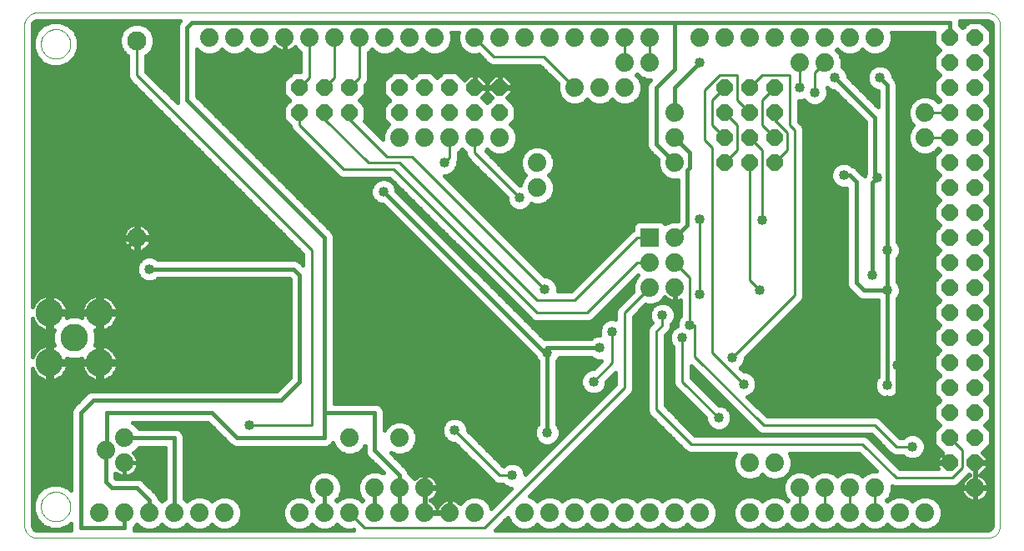
<source format=gbl>
G75*
G70*
%OFA0B0*%
%FSLAX24Y24*%
%IPPOS*%
%LPD*%
%AMOC8*
5,1,8,0,0,1.08239X$1,22.5*
%
%ADD10C,0.0000*%
%ADD11C,0.0740*%
%ADD12R,0.0740X0.0740*%
%ADD13C,0.0768*%
%ADD14OC8,0.0640*%
%ADD15C,0.1100*%
%ADD16C,0.0150*%
%ADD17C,0.0400*%
%ADD18C,0.0160*%
%ADD19C,0.0100*%
D10*
X001675Y001175D02*
X039675Y001175D01*
X039719Y001177D01*
X039762Y001183D01*
X039804Y001192D01*
X039846Y001205D01*
X039886Y001222D01*
X039925Y001242D01*
X039962Y001265D01*
X039996Y001292D01*
X040029Y001321D01*
X040058Y001354D01*
X040085Y001388D01*
X040108Y001425D01*
X040128Y001464D01*
X040145Y001504D01*
X040158Y001546D01*
X040167Y001588D01*
X040173Y001631D01*
X040175Y001675D01*
X040175Y021675D01*
X040173Y021719D01*
X040167Y021762D01*
X040158Y021804D01*
X040145Y021846D01*
X040128Y021886D01*
X040108Y021925D01*
X040085Y021962D01*
X040058Y021996D01*
X040029Y022029D01*
X039996Y022058D01*
X039962Y022085D01*
X039925Y022108D01*
X039886Y022128D01*
X039846Y022145D01*
X039804Y022158D01*
X039762Y022167D01*
X039719Y022173D01*
X039675Y022175D01*
X001675Y022175D01*
X001631Y022173D01*
X001588Y022167D01*
X001546Y022158D01*
X001504Y022145D01*
X001464Y022128D01*
X001425Y022108D01*
X001388Y022085D01*
X001354Y022058D01*
X001321Y022029D01*
X001292Y021996D01*
X001265Y021962D01*
X001242Y021925D01*
X001222Y021886D01*
X001205Y021846D01*
X001192Y021804D01*
X001183Y021762D01*
X001177Y021719D01*
X001175Y021675D01*
X001175Y001675D01*
X001177Y001631D01*
X001183Y001588D01*
X001192Y001546D01*
X001205Y001504D01*
X001222Y001464D01*
X001242Y001425D01*
X001265Y001388D01*
X001292Y001354D01*
X001321Y001321D01*
X001354Y001292D01*
X001388Y001265D01*
X001425Y001242D01*
X001464Y001222D01*
X001504Y001205D01*
X001546Y001192D01*
X001588Y001183D01*
X001631Y001177D01*
X001675Y001175D01*
X001834Y002425D02*
X001836Y002473D01*
X001842Y002521D01*
X001852Y002568D01*
X001865Y002614D01*
X001883Y002659D01*
X001903Y002703D01*
X001928Y002745D01*
X001956Y002784D01*
X001986Y002821D01*
X002020Y002855D01*
X002057Y002887D01*
X002095Y002916D01*
X002136Y002941D01*
X002179Y002963D01*
X002224Y002981D01*
X002270Y002995D01*
X002317Y003006D01*
X002365Y003013D01*
X002413Y003016D01*
X002461Y003015D01*
X002509Y003010D01*
X002557Y003001D01*
X002603Y002989D01*
X002648Y002972D01*
X002692Y002952D01*
X002734Y002929D01*
X002774Y002902D01*
X002812Y002872D01*
X002847Y002839D01*
X002879Y002803D01*
X002909Y002765D01*
X002935Y002724D01*
X002957Y002681D01*
X002977Y002637D01*
X002992Y002592D01*
X003004Y002545D01*
X003012Y002497D01*
X003016Y002449D01*
X003016Y002401D01*
X003012Y002353D01*
X003004Y002305D01*
X002992Y002258D01*
X002977Y002213D01*
X002957Y002169D01*
X002935Y002126D01*
X002909Y002085D01*
X002879Y002047D01*
X002847Y002011D01*
X002812Y001978D01*
X002774Y001948D01*
X002734Y001921D01*
X002692Y001898D01*
X002648Y001878D01*
X002603Y001861D01*
X002557Y001849D01*
X002509Y001840D01*
X002461Y001835D01*
X002413Y001834D01*
X002365Y001837D01*
X002317Y001844D01*
X002270Y001855D01*
X002224Y001869D01*
X002179Y001887D01*
X002136Y001909D01*
X002095Y001934D01*
X002057Y001963D01*
X002020Y001995D01*
X001986Y002029D01*
X001956Y002066D01*
X001928Y002105D01*
X001903Y002147D01*
X001883Y002191D01*
X001865Y002236D01*
X001852Y002282D01*
X001842Y002329D01*
X001836Y002377D01*
X001834Y002425D01*
X001834Y020925D02*
X001836Y020973D01*
X001842Y021021D01*
X001852Y021068D01*
X001865Y021114D01*
X001883Y021159D01*
X001903Y021203D01*
X001928Y021245D01*
X001956Y021284D01*
X001986Y021321D01*
X002020Y021355D01*
X002057Y021387D01*
X002095Y021416D01*
X002136Y021441D01*
X002179Y021463D01*
X002224Y021481D01*
X002270Y021495D01*
X002317Y021506D01*
X002365Y021513D01*
X002413Y021516D01*
X002461Y021515D01*
X002509Y021510D01*
X002557Y021501D01*
X002603Y021489D01*
X002648Y021472D01*
X002692Y021452D01*
X002734Y021429D01*
X002774Y021402D01*
X002812Y021372D01*
X002847Y021339D01*
X002879Y021303D01*
X002909Y021265D01*
X002935Y021224D01*
X002957Y021181D01*
X002977Y021137D01*
X002992Y021092D01*
X003004Y021045D01*
X003012Y020997D01*
X003016Y020949D01*
X003016Y020901D01*
X003012Y020853D01*
X003004Y020805D01*
X002992Y020758D01*
X002977Y020713D01*
X002957Y020669D01*
X002935Y020626D01*
X002909Y020585D01*
X002879Y020547D01*
X002847Y020511D01*
X002812Y020478D01*
X002774Y020448D01*
X002734Y020421D01*
X002692Y020398D01*
X002648Y020378D01*
X002603Y020361D01*
X002557Y020349D01*
X002509Y020340D01*
X002461Y020335D01*
X002413Y020334D01*
X002365Y020337D01*
X002317Y020344D01*
X002270Y020355D01*
X002224Y020369D01*
X002179Y020387D01*
X002136Y020409D01*
X002095Y020434D01*
X002057Y020463D01*
X002020Y020495D01*
X001986Y020529D01*
X001956Y020566D01*
X001928Y020605D01*
X001903Y020647D01*
X001883Y020691D01*
X001865Y020736D01*
X001852Y020782D01*
X001842Y020829D01*
X001836Y020877D01*
X001834Y020925D01*
D11*
X008575Y021175D03*
X009575Y021175D03*
X010575Y021175D03*
X011575Y021175D03*
X012575Y021175D03*
X013575Y021175D03*
X014575Y021175D03*
X015575Y021175D03*
X016575Y021175D03*
X017575Y021175D03*
X019175Y021175D03*
X020175Y021175D03*
X021175Y021175D03*
X022175Y021175D03*
X023175Y021175D03*
X024175Y021175D03*
X025175Y021175D03*
X026175Y021175D03*
X026175Y020175D03*
X025175Y020175D03*
X025175Y019175D03*
X024175Y019175D03*
X023175Y019175D03*
X020175Y017175D03*
X019175Y017175D03*
X018175Y017175D03*
X017175Y017175D03*
X016175Y017175D03*
X021675Y016175D03*
X021675Y015175D03*
X026175Y012175D03*
X027175Y012175D03*
X027175Y013175D03*
X027175Y011175D03*
X026175Y011175D03*
X027175Y016175D03*
X027175Y017175D03*
X027175Y018175D03*
X032175Y020175D03*
X033175Y020175D03*
X033175Y021175D03*
X034175Y021175D03*
X035175Y021175D03*
X032175Y021175D03*
X031175Y021175D03*
X030175Y021175D03*
X029175Y021175D03*
X028175Y021175D03*
X037175Y018175D03*
X037175Y017175D03*
X016175Y005175D03*
X014175Y005175D03*
X013175Y003175D03*
X013175Y002175D03*
X012175Y002175D03*
X014175Y002175D03*
X015175Y002175D03*
X016175Y002175D03*
X017175Y002175D03*
X018175Y002175D03*
X019175Y002175D03*
X021175Y002175D03*
X022175Y002175D03*
X023175Y002175D03*
X024175Y002175D03*
X025175Y002175D03*
X026175Y002175D03*
X027175Y002175D03*
X028175Y002175D03*
X030175Y002175D03*
X031175Y002175D03*
X032175Y002175D03*
X033175Y002175D03*
X034175Y002175D03*
X035175Y002175D03*
X036175Y002175D03*
X037175Y002175D03*
X035175Y003175D03*
X034175Y003175D03*
X033175Y003175D03*
X032175Y003175D03*
X031175Y004175D03*
X030175Y004175D03*
X039175Y003175D03*
X017175Y003175D03*
X016175Y003175D03*
X015175Y003175D03*
X009175Y002175D03*
X008175Y002175D03*
X007175Y002175D03*
X006175Y002175D03*
X005175Y002175D03*
X004175Y002175D03*
X005175Y004175D03*
X004425Y004675D03*
X005175Y005175D03*
D12*
X026175Y013175D03*
D13*
X005675Y013175D03*
X005675Y021049D03*
D14*
X012175Y019175D03*
X013175Y019175D03*
X014175Y019175D03*
X014175Y018175D03*
X013175Y018175D03*
X012175Y018175D03*
X016175Y018175D03*
X017175Y018175D03*
X018175Y018175D03*
X019175Y018175D03*
X020175Y018175D03*
X020175Y019175D03*
X019175Y019175D03*
X018175Y019175D03*
X017175Y019175D03*
X016175Y019175D03*
X029175Y019175D03*
X030175Y019175D03*
X031175Y019175D03*
X031175Y018175D03*
X030175Y018175D03*
X029175Y018175D03*
X029175Y017175D03*
X030175Y017175D03*
X031175Y017175D03*
X031175Y016175D03*
X030175Y016175D03*
X029175Y016175D03*
X038175Y016175D03*
X039175Y016175D03*
X039175Y017175D03*
X038175Y017175D03*
X038175Y018175D03*
X039175Y018175D03*
X039175Y019175D03*
X038175Y019175D03*
X038175Y020175D03*
X039175Y020175D03*
X039175Y021175D03*
X038175Y021175D03*
X038175Y015175D03*
X039175Y015175D03*
X039175Y014175D03*
X038175Y014175D03*
X038175Y013175D03*
X039175Y013175D03*
X039175Y012175D03*
X038175Y012175D03*
X038175Y011175D03*
X039175Y011175D03*
X039175Y010175D03*
X038175Y010175D03*
X038175Y009175D03*
X039175Y009175D03*
X039175Y008175D03*
X038175Y008175D03*
X038175Y007175D03*
X039175Y007175D03*
X039175Y006175D03*
X038175Y006175D03*
X038175Y005175D03*
X039175Y005175D03*
X039175Y004175D03*
X038175Y004175D03*
D15*
X004175Y008175D03*
X003175Y009175D03*
X002175Y008175D03*
X002175Y010175D03*
X004175Y010175D03*
D16*
X004175Y011675D01*
X005675Y013175D01*
X005728Y013153D02*
X011681Y013153D01*
X011829Y013005D02*
X006207Y013005D01*
X006220Y013044D02*
X006232Y013122D01*
X005728Y013122D01*
X005728Y013228D01*
X006232Y013228D01*
X006220Y013306D01*
X006193Y013390D01*
X006153Y013468D01*
X006101Y013539D01*
X006039Y013601D01*
X005968Y013653D01*
X005890Y013693D01*
X005806Y013720D01*
X005728Y013732D01*
X005728Y013228D01*
X005622Y013228D01*
X005622Y013732D01*
X005544Y013720D01*
X005460Y013693D01*
X005382Y013653D01*
X005311Y013601D01*
X005249Y013539D01*
X005197Y013468D01*
X005157Y013390D01*
X005130Y013306D01*
X005118Y013228D01*
X005622Y013228D01*
X005622Y013122D01*
X005728Y013122D01*
X005728Y012618D01*
X005806Y012630D01*
X005890Y012657D01*
X005968Y012697D01*
X006039Y012749D01*
X006101Y012811D01*
X006153Y012882D01*
X006193Y012960D01*
X006220Y013044D01*
X006134Y012856D02*
X011978Y012856D01*
X012126Y012708D02*
X005982Y012708D01*
X005728Y012708D02*
X005622Y012708D01*
X005622Y012618D02*
X005622Y013122D01*
X005118Y013122D01*
X005130Y013044D01*
X005157Y012960D01*
X005197Y012882D01*
X005249Y012811D01*
X005311Y012749D01*
X005382Y012697D01*
X005460Y012657D01*
X005544Y012630D01*
X005622Y012618D01*
X005622Y012856D02*
X005728Y012856D01*
X005728Y013005D02*
X005622Y013005D01*
X005622Y013153D02*
X001490Y013153D01*
X001490Y013005D02*
X005143Y013005D01*
X005216Y012856D02*
X001490Y012856D01*
X001490Y012708D02*
X005368Y012708D01*
X005784Y012262D02*
X001490Y012262D01*
X001490Y012114D02*
X005696Y012114D01*
X005660Y012027D02*
X005660Y011823D01*
X005738Y011633D01*
X005883Y011488D01*
X006073Y011410D01*
X006277Y011410D01*
X006467Y011488D01*
X006513Y011535D01*
X011763Y011535D01*
X011785Y011513D01*
X011785Y007587D01*
X011263Y007065D01*
X003847Y007065D01*
X003704Y007006D01*
X003204Y006506D01*
X003094Y006396D01*
X003035Y006253D01*
X003035Y003096D01*
X002938Y003193D01*
X002605Y003331D01*
X002245Y003331D01*
X001912Y003193D01*
X001657Y002938D01*
X001519Y002605D01*
X001519Y002245D01*
X001657Y001912D01*
X001912Y001657D01*
X002245Y001519D01*
X002605Y001519D01*
X002938Y001657D01*
X003035Y001754D01*
X003035Y001497D01*
X003038Y001490D01*
X001738Y001490D01*
X001675Y001490D01*
X001639Y001494D01*
X001572Y001521D01*
X001521Y001572D01*
X001494Y001639D01*
X001490Y001675D01*
X001490Y007934D01*
X001523Y007854D01*
X001571Y007771D01*
X001629Y007696D01*
X001696Y007629D01*
X001771Y007571D01*
X001854Y007523D01*
X001941Y007487D01*
X002033Y007462D01*
X002100Y007454D01*
X002100Y008100D01*
X002250Y008100D01*
X002250Y008250D01*
X002100Y008250D01*
X002100Y008896D01*
X002033Y008888D01*
X001941Y008863D01*
X001854Y008827D01*
X001771Y008779D01*
X001696Y008721D01*
X001629Y008654D01*
X001571Y008579D01*
X001523Y008496D01*
X001490Y008416D01*
X001490Y009934D01*
X001523Y009854D01*
X001571Y009771D01*
X001629Y009696D01*
X001696Y009629D01*
X001771Y009571D01*
X001854Y009523D01*
X001941Y009487D01*
X002033Y009462D01*
X002100Y009454D01*
X002100Y010100D01*
X002250Y010100D01*
X002250Y010250D01*
X002100Y010250D01*
X002100Y010896D01*
X002033Y010888D01*
X001941Y010863D01*
X001854Y010827D01*
X001771Y010779D01*
X001696Y010721D01*
X001629Y010654D01*
X001571Y010579D01*
X001523Y010496D01*
X001490Y010416D01*
X001490Y021675D01*
X001494Y021711D01*
X001521Y021778D01*
X001572Y021829D01*
X001639Y021856D01*
X001675Y021860D01*
X007408Y021860D01*
X007344Y021796D01*
X007285Y021653D01*
X007285Y018597D01*
X007296Y018570D01*
X006040Y019826D01*
X006040Y020444D01*
X006071Y020457D01*
X006267Y020653D01*
X006374Y020910D01*
X006374Y021188D01*
X006267Y021445D01*
X006071Y021641D01*
X005814Y021748D01*
X005536Y021748D01*
X005279Y021641D01*
X005083Y021445D01*
X004976Y021188D01*
X004976Y020910D01*
X005083Y020653D01*
X005279Y020457D01*
X005310Y020444D01*
X005310Y019602D01*
X005366Y019468D01*
X005468Y019366D01*
X012310Y012524D01*
X012310Y012092D01*
X012256Y012146D01*
X012146Y012256D01*
X012003Y012315D01*
X006513Y012315D01*
X006467Y012362D01*
X006277Y012440D01*
X006073Y012440D01*
X005883Y012362D01*
X005738Y012217D01*
X005660Y012027D01*
X005660Y011965D02*
X001490Y011965D01*
X001490Y011817D02*
X005662Y011817D01*
X005724Y011668D02*
X001490Y011668D01*
X001490Y011520D02*
X005852Y011520D01*
X006498Y011520D02*
X011779Y011520D01*
X011785Y011371D02*
X001490Y011371D01*
X001490Y011223D02*
X011785Y011223D01*
X011785Y011074D02*
X001490Y011074D01*
X001490Y010926D02*
X011785Y010926D01*
X011785Y010777D02*
X004581Y010777D01*
X004579Y010779D02*
X004496Y010827D01*
X004409Y010863D01*
X004317Y010888D01*
X004250Y010896D01*
X004250Y010250D01*
X004100Y010250D01*
X004100Y010896D01*
X004033Y010888D01*
X003941Y010863D01*
X003854Y010827D01*
X003771Y010779D01*
X003696Y010721D01*
X003629Y010654D01*
X003571Y010579D01*
X003523Y010496D01*
X003487Y010409D01*
X003462Y010317D01*
X003454Y010250D01*
X004100Y010250D01*
X004100Y010100D01*
X003454Y010100D01*
X003462Y010033D01*
X003475Y009987D01*
X003347Y010040D01*
X003003Y010040D01*
X002875Y009987D01*
X002888Y010033D01*
X002896Y010100D01*
X002250Y010100D01*
X002250Y009454D01*
X002317Y009462D01*
X002363Y009475D01*
X002310Y009347D01*
X002310Y009003D01*
X002363Y008875D01*
X002317Y008888D01*
X002250Y008896D01*
X002250Y008250D01*
X002896Y008250D01*
X002888Y008317D01*
X002875Y008363D01*
X003003Y008310D01*
X003347Y008310D01*
X003475Y008363D01*
X003462Y008317D01*
X003454Y008250D01*
X004100Y008250D01*
X004100Y008896D01*
X004033Y008888D01*
X003987Y008875D01*
X004040Y009003D01*
X004040Y009347D01*
X003987Y009475D01*
X004033Y009462D01*
X004100Y009454D01*
X004100Y010100D01*
X004250Y010100D01*
X004250Y010250D01*
X004896Y010250D01*
X004888Y010317D01*
X004863Y010409D01*
X004827Y010496D01*
X004779Y010579D01*
X004721Y010654D01*
X004654Y010721D01*
X004579Y010779D01*
X004741Y010629D02*
X011785Y010629D01*
X011785Y010480D02*
X004833Y010480D01*
X004884Y010332D02*
X011785Y010332D01*
X011785Y010183D02*
X004250Y010183D01*
X004250Y010100D02*
X004896Y010100D01*
X004888Y010033D01*
X004863Y009941D01*
X004827Y009854D01*
X004779Y009771D01*
X004721Y009696D01*
X004654Y009629D01*
X004579Y009571D01*
X004496Y009523D01*
X004409Y009487D01*
X004317Y009462D01*
X004250Y009454D01*
X004250Y010100D01*
X004250Y010035D02*
X004100Y010035D01*
X004100Y010183D02*
X002250Y010183D01*
X002250Y010250D02*
X002896Y010250D01*
X002888Y010317D01*
X002863Y010409D01*
X002827Y010496D01*
X002779Y010579D01*
X002721Y010654D01*
X002654Y010721D01*
X002579Y010779D01*
X002496Y010827D01*
X002409Y010863D01*
X002317Y010888D01*
X002250Y010896D01*
X002250Y010250D01*
X002250Y010332D02*
X002100Y010332D01*
X002100Y010480D02*
X002250Y010480D01*
X002250Y010629D02*
X002100Y010629D01*
X002100Y010777D02*
X002250Y010777D01*
X002581Y010777D02*
X003769Y010777D01*
X003609Y010629D02*
X002741Y010629D01*
X002833Y010480D02*
X003517Y010480D01*
X003466Y010332D02*
X002884Y010332D01*
X002175Y010175D02*
X002175Y008175D01*
X002250Y008104D02*
X004100Y008104D01*
X004100Y008100D02*
X003454Y008100D01*
X003462Y008033D01*
X003487Y007941D01*
X003523Y007854D01*
X003571Y007771D01*
X003629Y007696D01*
X003696Y007629D01*
X003771Y007571D01*
X003854Y007523D01*
X003941Y007487D01*
X004033Y007462D01*
X004100Y007454D01*
X004100Y008100D01*
X004250Y008100D01*
X004250Y008250D01*
X004100Y008250D01*
X004100Y008100D01*
X004100Y007956D02*
X004250Y007956D01*
X004250Y008100D02*
X004250Y007454D01*
X004317Y007462D01*
X004409Y007487D01*
X004496Y007523D01*
X004579Y007571D01*
X004654Y007629D01*
X004721Y007696D01*
X004779Y007771D01*
X004827Y007854D01*
X004863Y007941D01*
X004888Y008033D01*
X004896Y008100D01*
X004250Y008100D01*
X004250Y008104D02*
X011785Y008104D01*
X011785Y007956D02*
X004867Y007956D01*
X004800Y007807D02*
X011785Y007807D01*
X011785Y007659D02*
X004684Y007659D01*
X004464Y007510D02*
X011708Y007510D01*
X011560Y007362D02*
X001490Y007362D01*
X001490Y007510D02*
X001886Y007510D01*
X002100Y007510D02*
X002250Y007510D01*
X002250Y007454D02*
X002317Y007462D01*
X002409Y007487D01*
X002496Y007523D01*
X002579Y007571D01*
X002654Y007629D01*
X002721Y007696D01*
X002779Y007771D01*
X002827Y007854D01*
X002863Y007941D01*
X002888Y008033D01*
X002896Y008100D01*
X002250Y008100D01*
X002250Y007454D01*
X002250Y007659D02*
X002100Y007659D01*
X002100Y007807D02*
X002250Y007807D01*
X002250Y007956D02*
X002100Y007956D01*
X002100Y008253D02*
X002250Y008253D01*
X002250Y008401D02*
X002100Y008401D01*
X002100Y008550D02*
X002250Y008550D01*
X002250Y008698D02*
X002100Y008698D01*
X002100Y008847D02*
X002250Y008847D01*
X002313Y008995D02*
X001490Y008995D01*
X001490Y008847D02*
X001902Y008847D01*
X001673Y008698D02*
X001490Y008698D01*
X001490Y008550D02*
X001554Y008550D01*
X001490Y009144D02*
X002310Y009144D01*
X002310Y009292D02*
X001490Y009292D01*
X001490Y009441D02*
X002349Y009441D01*
X002250Y009589D02*
X002100Y009589D01*
X002100Y009738D02*
X002250Y009738D01*
X002250Y009886D02*
X002100Y009886D01*
X002100Y010035D02*
X002250Y010035D01*
X002888Y010035D02*
X002990Y010035D01*
X003360Y010035D02*
X003462Y010035D01*
X004100Y009886D02*
X004250Y009886D01*
X004250Y009738D02*
X004100Y009738D01*
X004100Y009589D02*
X004250Y009589D01*
X004001Y009441D02*
X011785Y009441D01*
X011785Y009589D02*
X004602Y009589D01*
X004753Y009738D02*
X011785Y009738D01*
X011785Y009886D02*
X004840Y009886D01*
X004888Y010035D02*
X011785Y010035D01*
X011785Y009292D02*
X004040Y009292D01*
X004040Y009144D02*
X011785Y009144D01*
X011785Y008995D02*
X004037Y008995D01*
X004100Y008847D02*
X004250Y008847D01*
X004250Y008896D02*
X004250Y008250D01*
X004896Y008250D01*
X004888Y008317D01*
X004863Y008409D01*
X004827Y008496D01*
X004779Y008579D01*
X004721Y008654D01*
X004654Y008721D01*
X004579Y008779D01*
X004496Y008827D01*
X004409Y008863D01*
X004317Y008888D01*
X004250Y008896D01*
X004250Y008698D02*
X004100Y008698D01*
X004100Y008550D02*
X004250Y008550D01*
X004250Y008401D02*
X004100Y008401D01*
X004100Y008253D02*
X004250Y008253D01*
X004796Y008550D02*
X011785Y008550D01*
X011785Y008698D02*
X004677Y008698D01*
X004448Y008847D02*
X011785Y008847D01*
X011785Y008401D02*
X004865Y008401D01*
X004896Y008253D02*
X011785Y008253D01*
X012175Y007425D02*
X012175Y011675D01*
X011925Y011925D01*
X006175Y011925D01*
X006001Y012411D02*
X001490Y012411D01*
X001490Y012559D02*
X012275Y012559D01*
X012310Y012411D02*
X006349Y012411D01*
X006221Y013302D02*
X011532Y013302D01*
X011384Y013450D02*
X006162Y013450D01*
X006042Y013599D02*
X011235Y013599D01*
X011087Y013747D02*
X001490Y013747D01*
X001490Y013599D02*
X005308Y013599D01*
X005188Y013450D02*
X001490Y013450D01*
X001490Y013302D02*
X005129Y013302D01*
X005622Y013302D02*
X005728Y013302D01*
X005728Y013450D02*
X005622Y013450D01*
X005622Y013599D02*
X005728Y013599D01*
X009008Y015826D02*
X001490Y015826D01*
X001490Y015678D02*
X009156Y015678D01*
X009305Y015529D02*
X001490Y015529D01*
X001490Y015381D02*
X009453Y015381D01*
X009602Y015232D02*
X001490Y015232D01*
X001490Y015084D02*
X009750Y015084D01*
X009899Y014935D02*
X001490Y014935D01*
X001490Y014787D02*
X010047Y014787D01*
X010196Y014638D02*
X001490Y014638D01*
X001490Y014490D02*
X010344Y014490D01*
X010493Y014341D02*
X001490Y014341D01*
X001490Y014193D02*
X010641Y014193D01*
X010790Y014044D02*
X001490Y014044D01*
X001490Y013896D02*
X010938Y013896D01*
X012264Y014638D02*
X015184Y014638D01*
X015233Y014588D02*
X015423Y014510D01*
X015488Y014510D01*
X021584Y008414D01*
X021638Y008283D01*
X021685Y008237D01*
X021685Y005713D01*
X021638Y005667D01*
X021560Y005477D01*
X021560Y005273D01*
X021638Y005083D01*
X021783Y004938D01*
X021973Y004860D01*
X022177Y004860D01*
X022367Y004938D01*
X022512Y005083D01*
X022590Y005273D01*
X022590Y005477D01*
X022512Y005667D01*
X022465Y005713D01*
X022465Y008237D01*
X022512Y008283D01*
X022554Y008385D01*
X023837Y008385D01*
X023883Y008338D01*
X024073Y008260D01*
X024244Y008260D01*
X023924Y007940D01*
X023823Y007940D01*
X023633Y007862D01*
X023488Y007717D01*
X023410Y007527D01*
X023410Y007323D01*
X023488Y007133D01*
X023633Y006988D01*
X023823Y006910D01*
X024027Y006910D01*
X024217Y006988D01*
X024362Y007133D01*
X024440Y007323D01*
X024440Y007424D01*
X024810Y007794D01*
X024810Y007326D01*
X021190Y003706D01*
X021190Y003777D01*
X021112Y003967D01*
X020967Y004112D01*
X020777Y004190D01*
X020573Y004190D01*
X020383Y004112D01*
X020319Y004047D01*
X018890Y005476D01*
X018890Y005577D01*
X018812Y005767D01*
X018667Y005912D01*
X018477Y005990D01*
X018273Y005990D01*
X018083Y005912D01*
X017938Y005767D01*
X017860Y005577D01*
X017860Y005373D01*
X017938Y005183D01*
X018083Y005038D01*
X018273Y004960D01*
X018374Y004960D01*
X019866Y003468D01*
X019968Y003366D01*
X020102Y003310D01*
X020312Y003310D01*
X020383Y003238D01*
X020573Y003160D01*
X020644Y003160D01*
X019841Y002357D01*
X019756Y002563D01*
X019563Y002756D01*
X019311Y002860D01*
X019039Y002860D01*
X018787Y002756D01*
X018594Y002563D01*
X018584Y002537D01*
X018530Y002591D01*
X018461Y002641D01*
X018384Y002680D01*
X018303Y002707D01*
X018218Y002720D01*
X018200Y002720D01*
X018200Y002200D01*
X018150Y002200D01*
X018150Y002720D01*
X018132Y002720D01*
X018047Y002707D01*
X017966Y002680D01*
X017889Y002641D01*
X017820Y002591D01*
X017759Y002530D01*
X017709Y002461D01*
X017641Y002461D01*
X017591Y002530D01*
X017530Y002591D01*
X017461Y002641D01*
X017394Y002675D01*
X017461Y002709D01*
X017530Y002759D01*
X017591Y002820D01*
X017641Y002889D01*
X017680Y002966D01*
X017707Y003047D01*
X017720Y003132D01*
X017720Y003150D01*
X017200Y003150D01*
X017200Y003200D01*
X017150Y003200D01*
X017150Y003720D01*
X017132Y003720D01*
X017047Y003707D01*
X016966Y003680D01*
X016889Y003641D01*
X016820Y003591D01*
X016766Y003537D01*
X016756Y003563D01*
X016564Y003755D01*
X016506Y003896D01*
X016396Y004006D01*
X015822Y004580D01*
X016039Y004490D01*
X016311Y004490D01*
X016563Y004594D01*
X016756Y004787D01*
X016860Y005039D01*
X016860Y005311D01*
X016756Y005563D01*
X016563Y005756D01*
X016311Y005860D01*
X016039Y005860D01*
X015787Y005756D01*
X015594Y005563D01*
X015565Y005492D01*
X015565Y006253D01*
X015506Y006396D01*
X015396Y006506D01*
X015253Y006565D01*
X013565Y006565D01*
X013565Y013253D01*
X013506Y013396D01*
X013396Y013506D01*
X008065Y018837D01*
X008065Y020716D01*
X008187Y020594D01*
X008439Y020490D01*
X008711Y020490D01*
X008963Y020594D01*
X009075Y020706D01*
X009187Y020594D01*
X009439Y020490D01*
X009711Y020490D01*
X009963Y020594D01*
X010075Y020706D01*
X010187Y020594D01*
X010439Y020490D01*
X010711Y020490D01*
X010963Y020594D01*
X011156Y020787D01*
X011166Y020813D01*
X011220Y020759D01*
X011289Y020709D01*
X011366Y020670D01*
X011447Y020643D01*
X011532Y020630D01*
X011550Y020630D01*
X011550Y021150D01*
X011600Y021150D01*
X011600Y020630D01*
X011618Y020630D01*
X011703Y020643D01*
X011784Y020670D01*
X011861Y020709D01*
X011930Y020759D01*
X011984Y020813D01*
X011994Y020787D01*
X012187Y020594D01*
X012210Y020585D01*
X012210Y019810D01*
X011912Y019810D01*
X011540Y019438D01*
X011540Y018912D01*
X011777Y018675D01*
X011540Y018438D01*
X011540Y017912D01*
X011810Y017642D01*
X011810Y017602D01*
X011866Y017468D01*
X013718Y015616D01*
X013852Y015560D01*
X015774Y015560D01*
X021366Y009968D01*
X021468Y009866D01*
X021602Y009810D01*
X023748Y009810D01*
X023882Y009866D01*
X023984Y009968D01*
X025699Y011683D01*
X025706Y011675D01*
X025594Y011563D01*
X025490Y011311D01*
X025490Y011039D01*
X025500Y011016D01*
X024968Y010484D01*
X024866Y010382D01*
X024810Y010248D01*
X024810Y009927D01*
X024777Y009940D01*
X024573Y009940D01*
X024383Y009862D01*
X024238Y009717D01*
X024160Y009527D01*
X024160Y009323D01*
X024173Y009290D01*
X024073Y009290D01*
X023883Y009212D01*
X023837Y009165D01*
X021997Y009165D01*
X021954Y009147D01*
X016040Y015062D01*
X016040Y015127D01*
X015962Y015317D01*
X015817Y015462D01*
X015627Y015540D01*
X015423Y015540D01*
X015233Y015462D01*
X015088Y015317D01*
X015010Y015127D01*
X015010Y014923D01*
X015088Y014733D01*
X015233Y014588D01*
X015066Y014787D02*
X012115Y014787D01*
X011967Y014935D02*
X015010Y014935D01*
X015010Y015084D02*
X011818Y015084D01*
X011670Y015232D02*
X015053Y015232D01*
X015152Y015381D02*
X011521Y015381D01*
X011373Y015529D02*
X015396Y015529D01*
X015654Y015529D02*
X015805Y015529D01*
X015898Y015381D02*
X015953Y015381D01*
X015997Y015232D02*
X016102Y015232D01*
X016040Y015084D02*
X016250Y015084D01*
X016167Y014935D02*
X016399Y014935D01*
X016315Y014787D02*
X016547Y014787D01*
X016464Y014638D02*
X016696Y014638D01*
X016612Y014490D02*
X016844Y014490D01*
X016761Y014341D02*
X016993Y014341D01*
X016909Y014193D02*
X017141Y014193D01*
X017058Y014044D02*
X017290Y014044D01*
X017206Y013896D02*
X017438Y013896D01*
X017355Y013747D02*
X017587Y013747D01*
X017503Y013599D02*
X017735Y013599D01*
X017652Y013450D02*
X017884Y013450D01*
X017800Y013302D02*
X018032Y013302D01*
X017949Y013153D02*
X018181Y013153D01*
X018097Y013005D02*
X018329Y013005D01*
X018246Y012856D02*
X018478Y012856D01*
X018394Y012708D02*
X018626Y012708D01*
X018543Y012559D02*
X018775Y012559D01*
X018691Y012411D02*
X018923Y012411D01*
X018840Y012262D02*
X019072Y012262D01*
X018988Y012114D02*
X019220Y012114D01*
X019137Y011965D02*
X019369Y011965D01*
X019285Y011817D02*
X019517Y011817D01*
X019434Y011668D02*
X019666Y011668D01*
X019582Y011520D02*
X019814Y011520D01*
X019731Y011371D02*
X019963Y011371D01*
X019879Y011223D02*
X020111Y011223D01*
X020028Y011074D02*
X020260Y011074D01*
X020176Y010926D02*
X020408Y010926D01*
X020325Y010777D02*
X020557Y010777D01*
X020473Y010629D02*
X020705Y010629D01*
X020622Y010480D02*
X020854Y010480D01*
X020770Y010332D02*
X021002Y010332D01*
X020919Y010183D02*
X021151Y010183D01*
X021067Y010035D02*
X021299Y010035D01*
X021216Y009886D02*
X021448Y009886D01*
X021364Y009738D02*
X024259Y009738D01*
X024186Y009589D02*
X021513Y009589D01*
X021661Y009441D02*
X024160Y009441D01*
X024173Y009292D02*
X021810Y009292D01*
X022075Y008775D02*
X022075Y008575D01*
X022075Y008475D01*
X015525Y015025D01*
X015509Y014490D02*
X012412Y014490D01*
X012561Y014341D02*
X015657Y014341D01*
X015806Y014193D02*
X012709Y014193D01*
X012858Y014044D02*
X015954Y014044D01*
X016103Y013896D02*
X013006Y013896D01*
X013155Y013747D02*
X016251Y013747D01*
X016400Y013599D02*
X013303Y013599D01*
X013452Y013450D02*
X016548Y013450D01*
X016697Y013302D02*
X013545Y013302D01*
X013565Y013153D02*
X016845Y013153D01*
X016994Y013005D02*
X013565Y013005D01*
X013565Y012856D02*
X017142Y012856D01*
X017291Y012708D02*
X013565Y012708D01*
X013565Y012559D02*
X017439Y012559D01*
X017588Y012411D02*
X013565Y012411D01*
X013565Y012262D02*
X017736Y012262D01*
X017885Y012114D02*
X013565Y012114D01*
X013565Y011965D02*
X018033Y011965D01*
X018182Y011817D02*
X013565Y011817D01*
X013565Y011668D02*
X018330Y011668D01*
X018479Y011520D02*
X013565Y011520D01*
X013565Y011371D02*
X018627Y011371D01*
X018776Y011223D02*
X013565Y011223D01*
X013565Y011074D02*
X018924Y011074D01*
X019073Y010926D02*
X013565Y010926D01*
X013565Y010777D02*
X019221Y010777D01*
X019370Y010629D02*
X013565Y010629D01*
X013565Y010480D02*
X019518Y010480D01*
X019667Y010332D02*
X013565Y010332D01*
X013565Y010183D02*
X019815Y010183D01*
X019964Y010035D02*
X013565Y010035D01*
X013565Y009886D02*
X020112Y009886D01*
X020261Y009738D02*
X013565Y009738D01*
X013565Y009589D02*
X020409Y009589D01*
X020558Y009441D02*
X013565Y009441D01*
X013565Y009292D02*
X020706Y009292D01*
X020855Y009144D02*
X013565Y009144D01*
X013565Y008995D02*
X021003Y008995D01*
X021152Y008847D02*
X013565Y008847D01*
X013565Y008698D02*
X021300Y008698D01*
X021449Y008550D02*
X013565Y008550D01*
X013565Y008401D02*
X021590Y008401D01*
X021669Y008253D02*
X013565Y008253D01*
X013565Y008104D02*
X021685Y008104D01*
X021685Y007956D02*
X013565Y007956D01*
X013565Y007807D02*
X021685Y007807D01*
X021685Y007659D02*
X013565Y007659D01*
X013565Y007510D02*
X021685Y007510D01*
X021685Y007362D02*
X013565Y007362D01*
X013565Y007213D02*
X021685Y007213D01*
X021685Y007065D02*
X013565Y007065D01*
X013565Y006916D02*
X021685Y006916D01*
X021685Y006768D02*
X013565Y006768D01*
X013565Y006619D02*
X021685Y006619D01*
X021685Y006471D02*
X015431Y006471D01*
X015536Y006322D02*
X021685Y006322D01*
X021685Y006174D02*
X015565Y006174D01*
X015565Y006025D02*
X021685Y006025D01*
X021685Y005877D02*
X018702Y005877D01*
X018828Y005728D02*
X021685Y005728D01*
X021602Y005580D02*
X018889Y005580D01*
X018935Y005431D02*
X021560Y005431D01*
X021560Y005283D02*
X019084Y005283D01*
X019232Y005134D02*
X021617Y005134D01*
X021736Y004986D02*
X019381Y004986D01*
X019529Y004837D02*
X022321Y004837D01*
X022414Y004986D02*
X022469Y004986D01*
X022533Y005134D02*
X022618Y005134D01*
X022590Y005283D02*
X022766Y005283D01*
X022915Y005431D02*
X022590Y005431D01*
X022548Y005580D02*
X023063Y005580D01*
X023212Y005728D02*
X022465Y005728D01*
X022465Y005877D02*
X023360Y005877D01*
X023509Y006025D02*
X022465Y006025D01*
X022465Y006174D02*
X023657Y006174D01*
X023806Y006322D02*
X022465Y006322D01*
X022465Y006471D02*
X023954Y006471D01*
X024103Y006619D02*
X022465Y006619D01*
X022465Y006768D02*
X024251Y006768D01*
X024400Y006916D02*
X024042Y006916D01*
X023808Y006916D02*
X022465Y006916D01*
X022465Y007065D02*
X023557Y007065D01*
X023455Y007213D02*
X022465Y007213D01*
X022465Y007362D02*
X023410Y007362D01*
X023410Y007510D02*
X022465Y007510D01*
X022465Y007659D02*
X023464Y007659D01*
X023579Y007807D02*
X022465Y007807D01*
X022465Y007956D02*
X023939Y007956D01*
X024088Y008104D02*
X022465Y008104D01*
X022481Y008253D02*
X024236Y008253D01*
X024175Y008775D02*
X022075Y008775D01*
X022075Y008475D02*
X022075Y005375D01*
X022172Y004689D02*
X019678Y004689D01*
X019826Y004540D02*
X022024Y004540D01*
X021875Y004392D02*
X019975Y004392D01*
X020123Y004243D02*
X021727Y004243D01*
X021578Y004095D02*
X020984Y004095D01*
X021120Y003946D02*
X021430Y003946D01*
X021281Y003798D02*
X021182Y003798D01*
X021868Y003352D02*
X031507Y003352D01*
X031490Y003311D02*
X031490Y003039D01*
X031594Y002787D01*
X031706Y002675D01*
X031675Y002644D01*
X031563Y002756D01*
X031311Y002860D01*
X031039Y002860D01*
X030787Y002756D01*
X030675Y002644D01*
X030563Y002756D01*
X030311Y002860D01*
X030039Y002860D01*
X029787Y002756D01*
X029594Y002563D01*
X029490Y002311D01*
X029490Y002039D01*
X029594Y001787D01*
X029787Y001594D01*
X030039Y001490D01*
X030311Y001490D01*
X030563Y001594D01*
X030675Y001706D01*
X030787Y001594D01*
X031039Y001490D01*
X031311Y001490D01*
X031563Y001594D01*
X031675Y001706D01*
X031787Y001594D01*
X032039Y001490D01*
X032311Y001490D01*
X032563Y001594D01*
X032675Y001706D01*
X032787Y001594D01*
X033039Y001490D01*
X033311Y001490D01*
X033563Y001594D01*
X033675Y001706D01*
X033787Y001594D01*
X034039Y001490D01*
X034311Y001490D01*
X034563Y001594D01*
X034675Y001706D01*
X034787Y001594D01*
X035039Y001490D01*
X035311Y001490D01*
X035563Y001594D01*
X035675Y001706D01*
X035787Y001594D01*
X036039Y001490D01*
X036311Y001490D01*
X036563Y001594D01*
X036675Y001706D01*
X036787Y001594D01*
X037039Y001490D01*
X037311Y001490D01*
X037563Y001594D01*
X037756Y001787D01*
X037860Y002039D01*
X037860Y002311D01*
X037756Y002563D01*
X037563Y002756D01*
X037311Y002860D01*
X037039Y002860D01*
X036787Y002756D01*
X036675Y002644D01*
X036563Y002756D01*
X036311Y002860D01*
X036039Y002860D01*
X035787Y002756D01*
X035675Y002644D01*
X035644Y002675D01*
X035756Y002787D01*
X035860Y003039D01*
X035860Y003248D01*
X035952Y003210D01*
X038348Y003210D01*
X038482Y003266D01*
X038933Y003717D01*
X038969Y003681D01*
X038966Y003680D01*
X038889Y003641D01*
X038820Y003591D01*
X038759Y003530D01*
X038709Y003461D01*
X038670Y003384D01*
X038643Y003303D01*
X038630Y003218D01*
X038630Y003200D01*
X039150Y003200D01*
X039150Y003680D01*
X039150Y004150D01*
X039200Y004150D01*
X039200Y004200D01*
X039670Y004200D01*
X039670Y004380D01*
X039474Y004576D01*
X039810Y004912D01*
X039810Y005438D01*
X039573Y005675D01*
X039810Y005912D01*
X039810Y006438D01*
X039573Y006675D01*
X039810Y006912D01*
X039810Y007438D01*
X039573Y007675D01*
X039810Y007912D01*
X039810Y008438D01*
X039573Y008675D01*
X039810Y008912D01*
X039810Y009438D01*
X039573Y009675D01*
X039810Y009912D01*
X039810Y010438D01*
X039573Y010675D01*
X039810Y010912D01*
X039810Y011438D01*
X039573Y011675D01*
X039810Y011912D01*
X039810Y012438D01*
X039573Y012675D01*
X039810Y012912D01*
X039810Y013438D01*
X039573Y013675D01*
X039810Y013912D01*
X039810Y014438D01*
X039573Y014675D01*
X039810Y014912D01*
X039810Y015438D01*
X039573Y015675D01*
X039810Y015912D01*
X039810Y016438D01*
X039573Y016675D01*
X039810Y016912D01*
X039810Y017438D01*
X039573Y017675D01*
X039810Y017912D01*
X039810Y018438D01*
X039573Y018675D01*
X039810Y018912D01*
X039810Y019438D01*
X039573Y019675D01*
X039810Y019912D01*
X039810Y020438D01*
X039573Y020675D01*
X039810Y020912D01*
X039810Y021438D01*
X039438Y021810D01*
X038912Y021810D01*
X038675Y021573D01*
X038565Y021683D01*
X038565Y021853D01*
X038562Y021860D01*
X039675Y021860D01*
X039711Y021856D01*
X039778Y021829D01*
X039829Y021778D01*
X039856Y021711D01*
X039860Y021675D01*
X039860Y001675D01*
X039856Y001639D01*
X039829Y001572D01*
X039778Y001521D01*
X039711Y001494D01*
X039675Y001490D01*
X020006Y001490D01*
X020509Y001993D01*
X020594Y001787D01*
X020787Y001594D01*
X021039Y001490D01*
X021311Y001490D01*
X021563Y001594D01*
X021675Y001706D01*
X021787Y001594D01*
X022039Y001490D01*
X022311Y001490D01*
X022563Y001594D01*
X022675Y001706D01*
X022787Y001594D01*
X023039Y001490D01*
X023311Y001490D01*
X023563Y001594D01*
X023675Y001706D01*
X023787Y001594D01*
X024039Y001490D01*
X024311Y001490D01*
X024563Y001594D01*
X024675Y001706D01*
X024787Y001594D01*
X025039Y001490D01*
X025311Y001490D01*
X025563Y001594D01*
X025675Y001706D01*
X025787Y001594D01*
X026039Y001490D01*
X026311Y001490D01*
X026563Y001594D01*
X026675Y001706D01*
X026787Y001594D01*
X027039Y001490D01*
X027311Y001490D01*
X027563Y001594D01*
X027675Y001706D01*
X027787Y001594D01*
X028039Y001490D01*
X028311Y001490D01*
X028563Y001594D01*
X028756Y001787D01*
X028860Y002039D01*
X028860Y002311D01*
X028756Y002563D01*
X028563Y002756D01*
X028311Y002860D01*
X028039Y002860D01*
X027787Y002756D01*
X027675Y002644D01*
X027563Y002756D01*
X027311Y002860D01*
X027039Y002860D01*
X026787Y002756D01*
X026675Y002644D01*
X026563Y002756D01*
X026311Y002860D01*
X026039Y002860D01*
X025787Y002756D01*
X025675Y002644D01*
X025563Y002756D01*
X025311Y002860D01*
X025039Y002860D01*
X024787Y002756D01*
X024675Y002644D01*
X024563Y002756D01*
X024311Y002860D01*
X024039Y002860D01*
X023787Y002756D01*
X023675Y002644D01*
X023563Y002756D01*
X023311Y002860D01*
X023039Y002860D01*
X022787Y002756D01*
X022675Y002644D01*
X022563Y002756D01*
X022311Y002860D01*
X022039Y002860D01*
X021787Y002756D01*
X021675Y002644D01*
X021563Y002756D01*
X021357Y002841D01*
X025382Y006866D01*
X025484Y006968D01*
X025540Y007102D01*
X025540Y010024D01*
X026016Y010500D01*
X026039Y010490D01*
X026311Y010490D01*
X026563Y010594D01*
X026756Y010787D01*
X026766Y010813D01*
X026820Y010759D01*
X026889Y010709D01*
X026966Y010670D01*
X027047Y010643D01*
X027132Y010630D01*
X027150Y010630D01*
X027150Y011150D01*
X027200Y011150D01*
X027200Y010630D01*
X027218Y010630D01*
X027303Y010643D01*
X027384Y010670D01*
X027410Y010683D01*
X027410Y010038D01*
X027338Y009967D01*
X027260Y009777D01*
X027260Y009643D01*
X027183Y009612D01*
X027038Y009467D01*
X026960Y009277D01*
X026960Y009073D01*
X027038Y008883D01*
X027110Y008812D01*
X027110Y007352D01*
X027166Y007218D01*
X027268Y007116D01*
X028410Y005974D01*
X028410Y005873D01*
X028488Y005683D01*
X028633Y005538D01*
X028823Y005460D01*
X029027Y005460D01*
X029217Y005538D01*
X029362Y005683D01*
X029440Y005873D01*
X029440Y006077D01*
X029362Y006267D01*
X029217Y006412D01*
X029027Y006490D01*
X028926Y006490D01*
X027840Y007576D01*
X027840Y008044D01*
X030518Y005366D01*
X030652Y005310D01*
X035024Y005310D01*
X035716Y004618D01*
X035818Y004516D01*
X035952Y004460D01*
X036312Y004460D01*
X036383Y004388D01*
X036573Y004310D01*
X036777Y004310D01*
X036967Y004388D01*
X037112Y004533D01*
X037190Y004723D01*
X037190Y004927D01*
X037112Y005117D01*
X036967Y005262D01*
X036777Y005340D01*
X036573Y005340D01*
X036383Y005262D01*
X036312Y005190D01*
X036176Y005190D01*
X035382Y005984D01*
X035248Y006040D01*
X030876Y006040D01*
X030083Y006833D01*
X030217Y006888D01*
X030362Y007033D01*
X030440Y007223D01*
X030440Y007427D01*
X030362Y007617D01*
X030217Y007762D01*
X030027Y007840D01*
X029926Y007840D01*
X029797Y007969D01*
X029912Y008083D01*
X029990Y008273D01*
X029990Y008374D01*
X032284Y010668D01*
X032340Y010802D01*
X032340Y017548D01*
X032284Y017682D01*
X032182Y017784D01*
X032140Y017826D01*
X032140Y018660D01*
X032277Y018660D01*
X032338Y018685D01*
X032338Y018683D01*
X032483Y018538D01*
X032673Y018460D01*
X032877Y018460D01*
X033067Y018538D01*
X033212Y018683D01*
X033290Y018873D01*
X033290Y019077D01*
X033252Y019170D01*
X033283Y019138D01*
X033473Y019060D01*
X033538Y019060D01*
X034785Y017813D01*
X034785Y015738D01*
X034760Y015677D01*
X034760Y015635D01*
X034756Y015646D01*
X034646Y015756D01*
X034506Y015896D01*
X034396Y016006D01*
X034271Y016057D01*
X034217Y016112D01*
X034027Y016190D01*
X033823Y016190D01*
X033633Y016112D01*
X033488Y015967D01*
X033410Y015777D01*
X033410Y015573D01*
X033488Y015383D01*
X033633Y015238D01*
X033823Y015160D01*
X034027Y015160D01*
X034035Y015163D01*
X034035Y011297D01*
X034094Y011154D01*
X034394Y010854D01*
X034504Y010744D01*
X034647Y010685D01*
X035285Y010685D01*
X035285Y007613D01*
X035238Y007567D01*
X035160Y007377D01*
X035160Y007173D01*
X035238Y006983D01*
X035383Y006838D01*
X035573Y006760D01*
X035777Y006760D01*
X035967Y006838D01*
X036112Y006983D01*
X036190Y007173D01*
X036190Y007377D01*
X036112Y007567D01*
X036065Y007613D01*
X036065Y010737D01*
X036112Y010783D01*
X036190Y010973D01*
X036190Y011177D01*
X036112Y011367D01*
X036065Y011413D01*
X036065Y012337D01*
X036112Y012383D01*
X036190Y012573D01*
X036190Y012777D01*
X036112Y012967D01*
X036065Y013013D01*
X036065Y019353D01*
X036006Y019496D01*
X035896Y019606D01*
X035890Y019612D01*
X035890Y019677D01*
X035812Y019867D01*
X035667Y020012D01*
X035477Y020090D01*
X035273Y020090D01*
X035083Y020012D01*
X034938Y019867D01*
X034860Y019677D01*
X034860Y019473D01*
X034938Y019283D01*
X035083Y019138D01*
X035273Y019060D01*
X035285Y019060D01*
X035285Y018417D01*
X034090Y019612D01*
X034090Y019677D01*
X034012Y019867D01*
X033867Y020012D01*
X033851Y020018D01*
X033860Y020039D01*
X033860Y020311D01*
X033756Y020563D01*
X033644Y020675D01*
X033675Y020706D01*
X033787Y020594D01*
X034039Y020490D01*
X034311Y020490D01*
X034563Y020594D01*
X034675Y020706D01*
X034787Y020594D01*
X035039Y020490D01*
X035311Y020490D01*
X035563Y020594D01*
X035756Y020787D01*
X035860Y021039D01*
X035860Y021311D01*
X035829Y021385D01*
X037540Y021385D01*
X037540Y020912D01*
X037777Y020675D01*
X037540Y020438D01*
X037540Y019912D01*
X037777Y019675D01*
X037540Y019438D01*
X037540Y018912D01*
X037777Y018675D01*
X037710Y018608D01*
X037563Y018756D01*
X037311Y018860D01*
X037039Y018860D01*
X036787Y018756D01*
X036594Y018563D01*
X036490Y018311D01*
X036490Y018039D01*
X036594Y017787D01*
X036706Y017675D01*
X036594Y017563D01*
X036490Y017311D01*
X036065Y017311D01*
X036065Y017163D02*
X036490Y017163D01*
X036490Y017039D02*
X036594Y016787D01*
X036787Y016594D01*
X037039Y016490D01*
X037311Y016490D01*
X037563Y016594D01*
X037710Y016742D01*
X037777Y016675D01*
X037540Y016438D01*
X037540Y015912D01*
X037777Y015675D01*
X037540Y015438D01*
X037540Y014912D01*
X037777Y014675D01*
X037540Y014438D01*
X037540Y013912D01*
X037777Y013675D01*
X037540Y013438D01*
X037540Y012912D01*
X037777Y012675D01*
X037540Y012438D01*
X037540Y011912D01*
X037777Y011675D01*
X037540Y011438D01*
X037540Y010912D01*
X037777Y010675D01*
X037540Y010438D01*
X037540Y009912D01*
X037777Y009675D01*
X037540Y009438D01*
X037540Y008912D01*
X037777Y008675D01*
X037540Y008438D01*
X037540Y007912D01*
X037777Y007675D01*
X037540Y007438D01*
X037540Y006912D01*
X037777Y006675D01*
X037540Y006438D01*
X037540Y005912D01*
X037777Y005675D01*
X037540Y005438D01*
X037540Y004912D01*
X037876Y004576D01*
X037680Y004380D01*
X037680Y004200D01*
X038150Y004200D01*
X038150Y004150D01*
X037680Y004150D01*
X037680Y003970D01*
X037710Y003940D01*
X036176Y003940D01*
X034882Y005234D01*
X034748Y005290D01*
X027976Y005290D01*
X026790Y006476D01*
X026790Y009274D01*
X026984Y009468D01*
X027040Y009602D01*
X027040Y009712D01*
X027112Y009783D01*
X027190Y009973D01*
X027190Y010177D01*
X027112Y010367D01*
X026967Y010512D01*
X026777Y010590D01*
X026573Y010590D01*
X026383Y010512D01*
X026238Y010367D01*
X026160Y010177D01*
X026160Y009973D01*
X026238Y009783D01*
X026253Y009769D01*
X026218Y009734D01*
X026116Y009632D01*
X026060Y009498D01*
X026060Y006252D01*
X026116Y006118D01*
X027516Y004718D01*
X027618Y004616D01*
X027752Y004560D01*
X029593Y004560D01*
X029490Y004311D01*
X029490Y004039D01*
X029594Y003787D01*
X029787Y003594D01*
X030039Y003490D01*
X030311Y003490D01*
X030563Y003594D01*
X030675Y003706D01*
X030787Y003594D01*
X031039Y003490D01*
X031311Y003490D01*
X031563Y003594D01*
X031756Y003787D01*
X031860Y004039D01*
X031860Y004311D01*
X031757Y004560D01*
X034524Y004560D01*
X035224Y003860D01*
X035039Y003860D01*
X034787Y003756D01*
X034675Y003644D01*
X034563Y003756D01*
X034311Y003860D01*
X034039Y003860D01*
X033787Y003756D01*
X033675Y003644D01*
X033563Y003756D01*
X033311Y003860D01*
X033039Y003860D01*
X032787Y003756D01*
X032675Y003644D01*
X032563Y003756D01*
X032311Y003860D01*
X032039Y003860D01*
X031787Y003756D01*
X031594Y003563D01*
X031490Y003311D01*
X031490Y003204D02*
X021720Y003204D01*
X021571Y003055D02*
X031490Y003055D01*
X031545Y002907D02*
X021423Y002907D01*
X021557Y002758D02*
X021793Y002758D01*
X022557Y002758D02*
X022793Y002758D01*
X023557Y002758D02*
X023793Y002758D01*
X024557Y002758D02*
X024793Y002758D01*
X025557Y002758D02*
X025793Y002758D01*
X026557Y002758D02*
X026793Y002758D01*
X027557Y002758D02*
X027793Y002758D01*
X028557Y002758D02*
X029793Y002758D01*
X029641Y002610D02*
X028709Y002610D01*
X028798Y002461D02*
X029552Y002461D01*
X029491Y002313D02*
X028859Y002313D01*
X028860Y002164D02*
X029490Y002164D01*
X029500Y002016D02*
X028850Y002016D01*
X028789Y001867D02*
X029561Y001867D01*
X029663Y001719D02*
X028687Y001719D01*
X028504Y001570D02*
X029846Y001570D01*
X030504Y001570D02*
X030846Y001570D01*
X031504Y001570D02*
X031846Y001570D01*
X032504Y001570D02*
X032846Y001570D01*
X033504Y001570D02*
X033846Y001570D01*
X034504Y001570D02*
X034846Y001570D01*
X035504Y001570D02*
X035846Y001570D01*
X036504Y001570D02*
X036846Y001570D01*
X037504Y001570D02*
X039827Y001570D01*
X039860Y001719D02*
X037687Y001719D01*
X037789Y001867D02*
X039860Y001867D01*
X039860Y002016D02*
X037850Y002016D01*
X037860Y002164D02*
X039860Y002164D01*
X039860Y002313D02*
X037859Y002313D01*
X037798Y002461D02*
X039860Y002461D01*
X039860Y002610D02*
X037709Y002610D01*
X037557Y002758D02*
X038822Y002758D01*
X038820Y002759D02*
X038889Y002709D01*
X038966Y002670D01*
X039047Y002643D01*
X039132Y002630D01*
X039150Y002630D01*
X039150Y003150D01*
X039200Y003150D01*
X039200Y003200D01*
X039150Y003200D01*
X039150Y003150D01*
X038630Y003150D01*
X038630Y003132D01*
X038643Y003047D01*
X038670Y002966D01*
X038709Y002889D01*
X038759Y002820D01*
X038820Y002759D01*
X038700Y002907D02*
X035805Y002907D01*
X035793Y002758D02*
X035727Y002758D01*
X035860Y003055D02*
X038642Y003055D01*
X038630Y003204D02*
X035860Y003204D01*
X036557Y002758D02*
X036793Y002758D01*
X036170Y003946D02*
X037704Y003946D01*
X037680Y004095D02*
X036022Y004095D01*
X035873Y004243D02*
X037680Y004243D01*
X037691Y004392D02*
X036970Y004392D01*
X037114Y004540D02*
X037840Y004540D01*
X037763Y004689D02*
X037176Y004689D01*
X037190Y004837D02*
X037615Y004837D01*
X037540Y004986D02*
X037166Y004986D01*
X037094Y005134D02*
X037540Y005134D01*
X037540Y005283D02*
X036916Y005283D01*
X036434Y005283D02*
X036084Y005283D01*
X035935Y005431D02*
X037540Y005431D01*
X037681Y005580D02*
X035787Y005580D01*
X035638Y005728D02*
X037724Y005728D01*
X037575Y005877D02*
X035490Y005877D01*
X035284Y006025D02*
X037540Y006025D01*
X037540Y006174D02*
X030743Y006174D01*
X030594Y006322D02*
X037540Y006322D01*
X037573Y006471D02*
X030446Y006471D01*
X030297Y006619D02*
X037721Y006619D01*
X037684Y006768D02*
X035796Y006768D01*
X035675Y006675D02*
X036025Y006325D01*
X036075Y006375D01*
X036075Y008075D01*
X036065Y008104D02*
X037540Y008104D01*
X037540Y007956D02*
X036065Y007956D01*
X036065Y007807D02*
X037645Y007807D01*
X037761Y007659D02*
X036065Y007659D01*
X036135Y007510D02*
X037612Y007510D01*
X037540Y007362D02*
X036190Y007362D01*
X036190Y007213D02*
X037540Y007213D01*
X037540Y007065D02*
X036145Y007065D01*
X036044Y006916D02*
X037540Y006916D01*
X036025Y006325D02*
X038175Y004175D01*
X038865Y003649D02*
X038905Y003649D01*
X038738Y003501D02*
X038717Y003501D01*
X038659Y003352D02*
X038568Y003352D01*
X039150Y003352D02*
X039200Y003352D01*
X039200Y003204D02*
X039150Y003204D01*
X039200Y003200D02*
X039200Y004150D01*
X039670Y004150D01*
X039670Y003970D01*
X039381Y003681D01*
X039384Y003680D01*
X039461Y003641D01*
X039530Y003591D01*
X039591Y003530D01*
X039641Y003461D01*
X039680Y003384D01*
X039707Y003303D01*
X039720Y003218D01*
X039720Y003200D01*
X039200Y003200D01*
X039200Y003150D02*
X039720Y003150D01*
X039720Y003132D01*
X039707Y003047D01*
X039680Y002966D01*
X039641Y002889D01*
X039591Y002820D01*
X039530Y002759D01*
X039461Y002709D01*
X039384Y002670D01*
X039303Y002643D01*
X039218Y002630D01*
X039200Y002630D01*
X039200Y003150D01*
X039200Y003055D02*
X039150Y003055D01*
X039150Y002907D02*
X039200Y002907D01*
X039200Y002758D02*
X039150Y002758D01*
X039528Y002758D02*
X039860Y002758D01*
X039860Y002907D02*
X039650Y002907D01*
X039708Y003055D02*
X039860Y003055D01*
X039860Y003204D02*
X039720Y003204D01*
X039691Y003352D02*
X039860Y003352D01*
X039860Y003501D02*
X039612Y003501D01*
X039445Y003649D02*
X039860Y003649D01*
X039860Y003798D02*
X039498Y003798D01*
X039646Y003946D02*
X039860Y003946D01*
X039860Y004095D02*
X039670Y004095D01*
X039670Y004243D02*
X039860Y004243D01*
X039860Y004392D02*
X039659Y004392D01*
X039510Y004540D02*
X039860Y004540D01*
X039860Y004689D02*
X039587Y004689D01*
X039735Y004837D02*
X039860Y004837D01*
X039860Y004986D02*
X039810Y004986D01*
X039810Y005134D02*
X039860Y005134D01*
X039860Y005283D02*
X039810Y005283D01*
X039810Y005431D02*
X039860Y005431D01*
X039860Y005580D02*
X039668Y005580D01*
X039626Y005728D02*
X039860Y005728D01*
X039860Y005877D02*
X039775Y005877D01*
X039810Y006025D02*
X039860Y006025D01*
X039860Y006174D02*
X039810Y006174D01*
X039810Y006322D02*
X039860Y006322D01*
X039860Y006471D02*
X039777Y006471D01*
X039860Y006619D02*
X039629Y006619D01*
X039666Y006768D02*
X039860Y006768D01*
X039860Y006916D02*
X039810Y006916D01*
X039810Y007065D02*
X039860Y007065D01*
X039860Y007213D02*
X039810Y007213D01*
X039810Y007362D02*
X039860Y007362D01*
X039860Y007510D02*
X039738Y007510D01*
X039860Y007659D02*
X039589Y007659D01*
X039705Y007807D02*
X039860Y007807D01*
X039860Y007956D02*
X039810Y007956D01*
X039810Y008104D02*
X039860Y008104D01*
X039860Y008253D02*
X039810Y008253D01*
X039810Y008401D02*
X039860Y008401D01*
X039860Y008550D02*
X039698Y008550D01*
X039596Y008698D02*
X039860Y008698D01*
X039860Y008847D02*
X039745Y008847D01*
X039810Y008995D02*
X039860Y008995D01*
X039860Y009144D02*
X039810Y009144D01*
X039810Y009292D02*
X039860Y009292D01*
X039860Y009441D02*
X039807Y009441D01*
X039860Y009589D02*
X039659Y009589D01*
X039636Y009738D02*
X039860Y009738D01*
X039860Y009886D02*
X039784Y009886D01*
X039810Y010035D02*
X039860Y010035D01*
X039860Y010183D02*
X039810Y010183D01*
X039810Y010332D02*
X039860Y010332D01*
X039860Y010480D02*
X039768Y010480D01*
X039860Y010629D02*
X039619Y010629D01*
X039675Y010777D02*
X039860Y010777D01*
X039860Y010926D02*
X039810Y010926D01*
X039810Y011074D02*
X039860Y011074D01*
X039860Y011223D02*
X039810Y011223D01*
X039810Y011371D02*
X039860Y011371D01*
X039860Y011520D02*
X039728Y011520D01*
X039860Y011668D02*
X039580Y011668D01*
X039715Y011817D02*
X039860Y011817D01*
X039860Y011965D02*
X039810Y011965D01*
X039810Y012114D02*
X039860Y012114D01*
X039860Y012262D02*
X039810Y012262D01*
X039810Y012411D02*
X039860Y012411D01*
X039860Y012559D02*
X039689Y012559D01*
X039606Y012708D02*
X039860Y012708D01*
X039860Y012856D02*
X039754Y012856D01*
X039810Y013005D02*
X039860Y013005D01*
X039860Y013153D02*
X039810Y013153D01*
X039810Y013302D02*
X039860Y013302D01*
X039860Y013450D02*
X039798Y013450D01*
X039860Y013599D02*
X039649Y013599D01*
X039645Y013747D02*
X039860Y013747D01*
X039860Y013896D02*
X039794Y013896D01*
X039810Y014044D02*
X039860Y014044D01*
X039860Y014193D02*
X039810Y014193D01*
X039810Y014341D02*
X039860Y014341D01*
X039860Y014490D02*
X039758Y014490D01*
X039860Y014638D02*
X039610Y014638D01*
X039685Y014787D02*
X039860Y014787D01*
X039860Y014935D02*
X039810Y014935D01*
X039810Y015084D02*
X039860Y015084D01*
X039860Y015232D02*
X039810Y015232D01*
X039810Y015381D02*
X039860Y015381D01*
X039860Y015529D02*
X039719Y015529D01*
X039860Y015678D02*
X039576Y015678D01*
X039724Y015826D02*
X039860Y015826D01*
X039860Y015975D02*
X039810Y015975D01*
X039810Y016123D02*
X039860Y016123D01*
X039860Y016272D02*
X039810Y016272D01*
X039810Y016420D02*
X039860Y016420D01*
X039860Y016569D02*
X039679Y016569D01*
X039615Y016717D02*
X039860Y016717D01*
X039860Y016866D02*
X039764Y016866D01*
X039810Y017014D02*
X039860Y017014D01*
X039860Y017163D02*
X039810Y017163D01*
X039810Y017311D02*
X039860Y017311D01*
X039860Y017460D02*
X039788Y017460D01*
X039860Y017608D02*
X039640Y017608D01*
X039655Y017757D02*
X039860Y017757D01*
X039860Y017905D02*
X039803Y017905D01*
X039810Y018054D02*
X039860Y018054D01*
X039860Y018202D02*
X039810Y018202D01*
X039810Y018351D02*
X039860Y018351D01*
X039860Y018499D02*
X039749Y018499D01*
X039860Y018648D02*
X039600Y018648D01*
X039694Y018796D02*
X039860Y018796D01*
X039860Y018945D02*
X039810Y018945D01*
X039810Y019093D02*
X039860Y019093D01*
X039860Y019242D02*
X039810Y019242D01*
X039810Y019390D02*
X039860Y019390D01*
X039860Y019539D02*
X039709Y019539D01*
X039585Y019687D02*
X039860Y019687D01*
X039860Y019836D02*
X039734Y019836D01*
X039810Y019984D02*
X039860Y019984D01*
X039860Y020133D02*
X039810Y020133D01*
X039810Y020281D02*
X039860Y020281D01*
X039860Y020430D02*
X039810Y020430D01*
X039860Y020578D02*
X039670Y020578D01*
X039625Y020727D02*
X039860Y020727D01*
X039860Y020875D02*
X039773Y020875D01*
X039810Y021024D02*
X039860Y021024D01*
X039860Y021172D02*
X039810Y021172D01*
X039810Y021321D02*
X039860Y021321D01*
X039860Y021469D02*
X039779Y021469D01*
X039860Y021618D02*
X039630Y021618D01*
X039482Y021766D02*
X039834Y021766D01*
X038868Y021766D02*
X038565Y021766D01*
X038630Y021618D02*
X038720Y021618D01*
X038175Y021775D02*
X038175Y021175D01*
X037725Y020727D02*
X035695Y020727D01*
X035792Y020875D02*
X037577Y020875D01*
X037540Y021024D02*
X035854Y021024D01*
X035860Y021172D02*
X037540Y021172D01*
X037540Y021321D02*
X035856Y021321D01*
X035524Y020578D02*
X037680Y020578D01*
X037540Y020430D02*
X033811Y020430D01*
X033826Y020578D02*
X033741Y020578D01*
X033860Y020281D02*
X037540Y020281D01*
X037540Y020133D02*
X033860Y020133D01*
X033894Y019984D02*
X035056Y019984D01*
X034925Y019836D02*
X034025Y019836D01*
X034086Y019687D02*
X034864Y019687D01*
X034860Y019539D02*
X034163Y019539D01*
X034311Y019390D02*
X034894Y019390D01*
X034980Y019242D02*
X034460Y019242D01*
X034608Y019093D02*
X035193Y019093D01*
X035285Y018945D02*
X034757Y018945D01*
X034905Y018796D02*
X035285Y018796D01*
X035285Y018648D02*
X035054Y018648D01*
X035202Y018499D02*
X035285Y018499D01*
X036065Y018499D02*
X036568Y018499D01*
X036506Y018351D02*
X036065Y018351D01*
X036065Y018202D02*
X036490Y018202D01*
X036490Y018054D02*
X036065Y018054D01*
X036065Y017905D02*
X036545Y017905D01*
X036625Y017757D02*
X036065Y017757D01*
X036065Y017608D02*
X036639Y017608D01*
X036551Y017460D02*
X036065Y017460D01*
X036490Y017311D02*
X036490Y017039D01*
X036500Y017014D02*
X036065Y017014D01*
X036065Y016866D02*
X036562Y016866D01*
X036664Y016717D02*
X036065Y016717D01*
X036065Y016569D02*
X036849Y016569D01*
X037501Y016569D02*
X037671Y016569D01*
X037686Y016717D02*
X037735Y016717D01*
X037540Y016420D02*
X036065Y016420D01*
X036065Y016272D02*
X037540Y016272D01*
X037540Y016123D02*
X036065Y016123D01*
X036065Y015975D02*
X037540Y015975D01*
X037626Y015826D02*
X036065Y015826D01*
X036065Y015678D02*
X037774Y015678D01*
X037631Y015529D02*
X036065Y015529D01*
X036065Y015381D02*
X037540Y015381D01*
X037540Y015232D02*
X036065Y015232D01*
X036065Y015084D02*
X037540Y015084D01*
X037540Y014935D02*
X036065Y014935D01*
X036065Y014787D02*
X037665Y014787D01*
X037740Y014638D02*
X036065Y014638D01*
X036065Y014490D02*
X037592Y014490D01*
X037540Y014341D02*
X036065Y014341D01*
X036065Y014193D02*
X037540Y014193D01*
X037540Y014044D02*
X036065Y014044D01*
X036065Y013896D02*
X037556Y013896D01*
X037705Y013747D02*
X036065Y013747D01*
X036065Y013599D02*
X037701Y013599D01*
X037552Y013450D02*
X036065Y013450D01*
X036065Y013302D02*
X037540Y013302D01*
X037540Y013153D02*
X036065Y013153D01*
X036074Y013005D02*
X037540Y013005D01*
X037596Y012856D02*
X036157Y012856D01*
X036190Y012708D02*
X037744Y012708D01*
X037661Y012559D02*
X036184Y012559D01*
X036123Y012411D02*
X037540Y012411D01*
X037540Y012262D02*
X036065Y012262D01*
X036065Y012114D02*
X037540Y012114D01*
X037540Y011965D02*
X036065Y011965D01*
X036065Y011817D02*
X037635Y011817D01*
X037770Y011668D02*
X036065Y011668D01*
X036065Y011520D02*
X037622Y011520D01*
X037540Y011371D02*
X036107Y011371D01*
X036171Y011223D02*
X037540Y011223D01*
X037540Y011074D02*
X036190Y011074D01*
X036171Y010926D02*
X037540Y010926D01*
X037675Y010777D02*
X036105Y010777D01*
X036065Y010629D02*
X037731Y010629D01*
X037582Y010480D02*
X036065Y010480D01*
X036065Y010332D02*
X037540Y010332D01*
X037540Y010183D02*
X036065Y010183D01*
X036065Y010035D02*
X037540Y010035D01*
X037566Y009886D02*
X036065Y009886D01*
X036065Y009738D02*
X037714Y009738D01*
X037691Y009589D02*
X036065Y009589D01*
X036065Y009441D02*
X037543Y009441D01*
X037540Y009292D02*
X036065Y009292D01*
X036065Y009144D02*
X037540Y009144D01*
X037540Y008995D02*
X036065Y008995D01*
X036065Y008847D02*
X037605Y008847D01*
X037754Y008698D02*
X036065Y008698D01*
X036065Y008550D02*
X037652Y008550D01*
X037540Y008401D02*
X036065Y008401D01*
X036065Y008253D02*
X037540Y008253D01*
X035675Y007275D02*
X035675Y011075D01*
X034725Y011075D01*
X034425Y011375D01*
X034425Y015425D01*
X034175Y015675D01*
X033925Y015675D01*
X033496Y015975D02*
X032340Y015975D01*
X032340Y016123D02*
X033661Y016123D01*
X034189Y016123D02*
X034785Y016123D01*
X034785Y015975D02*
X034427Y015975D01*
X034576Y015826D02*
X034785Y015826D01*
X034760Y015678D02*
X034724Y015678D01*
X035175Y015575D02*
X035275Y015575D01*
X035075Y015375D01*
X035075Y011675D01*
X035675Y011875D02*
X035675Y012675D01*
X035675Y019275D01*
X035375Y019575D01*
X035825Y019836D02*
X037616Y019836D01*
X037540Y019984D02*
X035694Y019984D01*
X035886Y019687D02*
X037765Y019687D01*
X037641Y019539D02*
X035963Y019539D01*
X036049Y019390D02*
X037540Y019390D01*
X037540Y019242D02*
X036065Y019242D01*
X036065Y019093D02*
X037540Y019093D01*
X037540Y018945D02*
X036065Y018945D01*
X036065Y018796D02*
X036884Y018796D01*
X036679Y018648D02*
X036065Y018648D01*
X035175Y017975D02*
X035175Y015575D01*
X034785Y016272D02*
X032340Y016272D01*
X032340Y016420D02*
X034785Y016420D01*
X034785Y016569D02*
X032340Y016569D01*
X032340Y016717D02*
X034785Y016717D01*
X034785Y016866D02*
X032340Y016866D01*
X032340Y017014D02*
X034785Y017014D01*
X034785Y017163D02*
X032340Y017163D01*
X032340Y017311D02*
X034785Y017311D01*
X034785Y017460D02*
X032340Y017460D01*
X032315Y017608D02*
X034785Y017608D01*
X034785Y017757D02*
X032210Y017757D01*
X032140Y017905D02*
X034693Y017905D01*
X034545Y018054D02*
X032140Y018054D01*
X032140Y018202D02*
X034396Y018202D01*
X034248Y018351D02*
X032140Y018351D01*
X032140Y018499D02*
X032578Y018499D01*
X032374Y018648D02*
X032140Y018648D01*
X032972Y018499D02*
X034099Y018499D01*
X033951Y018648D02*
X033176Y018648D01*
X033258Y018796D02*
X033802Y018796D01*
X033654Y018945D02*
X033290Y018945D01*
X033284Y019093D02*
X033393Y019093D01*
X033575Y019575D02*
X035175Y017975D01*
X037466Y018796D02*
X037656Y018796D01*
X037671Y018648D02*
X037750Y018648D01*
X034826Y020578D02*
X034524Y020578D01*
X038175Y021775D02*
X027175Y021775D01*
X007875Y021775D01*
X007675Y021575D01*
X007675Y018675D01*
X013175Y013175D01*
X013175Y006175D01*
X015175Y006175D01*
X015175Y004675D01*
X016175Y003675D01*
X016175Y003175D01*
X016175Y002175D01*
X017150Y002200D02*
X017150Y003150D01*
X017200Y003150D01*
X017200Y002630D01*
X017200Y002200D01*
X018150Y002200D01*
X018150Y002150D01*
X017630Y002150D01*
X017200Y002150D01*
X017200Y002200D01*
X017150Y002200D01*
X017175Y002175D02*
X017175Y003175D01*
X017175Y003675D01*
X019175Y003675D01*
X019388Y003946D02*
X016456Y003946D01*
X016546Y003798D02*
X019536Y003798D01*
X019685Y003649D02*
X017445Y003649D01*
X017461Y003641D02*
X017384Y003680D01*
X017303Y003707D01*
X017218Y003720D01*
X017200Y003720D01*
X017200Y003200D01*
X017720Y003200D01*
X017720Y003218D01*
X017707Y003303D01*
X017680Y003384D01*
X017641Y003461D01*
X017591Y003530D01*
X017530Y003591D01*
X017461Y003641D01*
X017612Y003501D02*
X019833Y003501D01*
X020001Y003352D02*
X017691Y003352D01*
X017720Y003204D02*
X020467Y003204D01*
X020539Y003055D02*
X017708Y003055D01*
X017650Y002907D02*
X020390Y002907D01*
X020242Y002758D02*
X019557Y002758D01*
X019709Y002610D02*
X020093Y002610D01*
X019945Y002461D02*
X019798Y002461D01*
X018793Y002758D02*
X017528Y002758D01*
X017504Y002610D02*
X017846Y002610D01*
X017709Y002461D02*
X017675Y002394D01*
X017641Y002461D01*
X017200Y002461D02*
X017150Y002461D01*
X017150Y002313D02*
X017200Y002313D01*
X017175Y002175D02*
X018175Y002175D01*
X018150Y002164D02*
X017200Y002164D01*
X017200Y002610D02*
X017150Y002610D01*
X017150Y002758D02*
X017200Y002758D01*
X017200Y002907D02*
X017150Y002907D01*
X017150Y003055D02*
X017200Y003055D01*
X017200Y003204D02*
X017150Y003204D01*
X017150Y003352D02*
X017200Y003352D01*
X017200Y003501D02*
X017150Y003501D01*
X017150Y003649D02*
X017200Y003649D01*
X017175Y003675D02*
X017075Y003675D01*
X017075Y005575D01*
X016810Y005431D02*
X017860Y005431D01*
X017861Y005580D02*
X016739Y005580D01*
X016591Y005728D02*
X017922Y005728D01*
X018048Y005877D02*
X015565Y005877D01*
X015565Y005728D02*
X015759Y005728D01*
X015611Y005580D02*
X015565Y005580D01*
X014785Y004858D02*
X014785Y004597D01*
X014844Y004454D01*
X015528Y003770D01*
X015311Y003860D01*
X015039Y003860D01*
X014787Y003756D01*
X014594Y003563D01*
X014490Y003311D01*
X014490Y003039D01*
X014594Y002787D01*
X014706Y002675D01*
X014675Y002644D01*
X014563Y002756D01*
X014311Y002860D01*
X014039Y002860D01*
X013787Y002756D01*
X013675Y002644D01*
X013644Y002675D01*
X013756Y002787D01*
X013860Y003039D01*
X013860Y003311D01*
X013756Y003563D01*
X013563Y003756D01*
X013311Y003860D01*
X013039Y003860D01*
X012787Y003756D01*
X012594Y003563D01*
X012490Y003311D01*
X012490Y003039D01*
X012594Y002787D01*
X012706Y002675D01*
X012675Y002644D01*
X012563Y002756D01*
X012311Y002860D01*
X012039Y002860D01*
X011787Y002756D01*
X011594Y002563D01*
X011490Y002311D01*
X011490Y002039D01*
X011594Y001787D01*
X011787Y001594D01*
X012039Y001490D01*
X012311Y001490D01*
X012563Y001594D01*
X012675Y001706D01*
X012787Y001594D01*
X013039Y001490D01*
X013311Y001490D01*
X013563Y001594D01*
X013675Y001706D01*
X013787Y001594D01*
X014039Y001490D01*
X014311Y001490D01*
X014334Y001500D01*
X014344Y001490D01*
X005562Y001490D01*
X005565Y001497D01*
X005565Y001596D01*
X005675Y001706D01*
X005787Y001594D01*
X006039Y001490D01*
X006311Y001490D01*
X006563Y001594D01*
X006675Y001706D01*
X006787Y001594D01*
X007039Y001490D01*
X007311Y001490D01*
X007563Y001594D01*
X007675Y001706D01*
X007787Y001594D01*
X008039Y001490D01*
X008311Y001490D01*
X008563Y001594D01*
X008675Y001706D01*
X008787Y001594D01*
X009039Y001490D01*
X009311Y001490D01*
X009563Y001594D01*
X009756Y001787D01*
X009860Y002039D01*
X009860Y002311D01*
X009756Y002563D01*
X009563Y002756D01*
X009311Y002860D01*
X009039Y002860D01*
X008787Y002756D01*
X008675Y002644D01*
X008563Y002756D01*
X008311Y002860D01*
X008039Y002860D01*
X007787Y002756D01*
X007675Y002644D01*
X007565Y002754D01*
X007565Y005253D01*
X007506Y005396D01*
X007396Y005506D01*
X007253Y005565D01*
X005754Y005565D01*
X005563Y005756D01*
X005492Y005785D01*
X008513Y005785D01*
X009344Y004954D01*
X009454Y004844D01*
X009597Y004785D01*
X013253Y004785D01*
X013396Y004844D01*
X013506Y004954D01*
X013515Y004978D01*
X013594Y004787D01*
X013787Y004594D01*
X014039Y004490D01*
X014311Y004490D01*
X014563Y004594D01*
X014756Y004787D01*
X014785Y004858D01*
X014785Y004837D02*
X014776Y004837D01*
X014785Y004689D02*
X014657Y004689D01*
X014809Y004540D02*
X014432Y004540D01*
X013918Y004540D02*
X007565Y004540D01*
X007565Y004392D02*
X014907Y004392D01*
X015055Y004243D02*
X007565Y004243D01*
X007565Y004095D02*
X015204Y004095D01*
X015352Y003946D02*
X007565Y003946D01*
X007565Y003798D02*
X012888Y003798D01*
X012680Y003649D02*
X007565Y003649D01*
X007565Y003501D02*
X012568Y003501D01*
X012507Y003352D02*
X007565Y003352D01*
X007565Y003204D02*
X012490Y003204D01*
X012490Y003055D02*
X007565Y003055D01*
X007565Y002907D02*
X012545Y002907D01*
X012557Y002758D02*
X012623Y002758D01*
X013175Y003175D02*
X013175Y002175D01*
X013727Y002758D02*
X013793Y002758D01*
X013805Y002907D02*
X014545Y002907D01*
X014557Y002758D02*
X014623Y002758D01*
X014490Y003055D02*
X013860Y003055D01*
X013860Y003204D02*
X014490Y003204D01*
X014507Y003352D02*
X013843Y003352D01*
X013782Y003501D02*
X014568Y003501D01*
X014680Y003649D02*
X013670Y003649D01*
X013462Y003798D02*
X014888Y003798D01*
X015462Y003798D02*
X015501Y003798D01*
X016010Y004392D02*
X018942Y004392D01*
X018794Y004540D02*
X016432Y004540D01*
X016657Y004689D02*
X018645Y004689D01*
X018497Y004837D02*
X016776Y004837D01*
X016838Y004986D02*
X018211Y004986D01*
X017988Y005134D02*
X016860Y005134D01*
X016860Y005283D02*
X017897Y005283D01*
X019091Y004243D02*
X016159Y004243D01*
X016307Y004095D02*
X019239Y004095D01*
X020272Y004095D02*
X020366Y004095D01*
X022017Y003501D02*
X030013Y003501D01*
X029732Y003649D02*
X022165Y003649D01*
X022314Y003798D02*
X029590Y003798D01*
X029528Y003946D02*
X022462Y003946D01*
X022611Y004095D02*
X029490Y004095D01*
X029490Y004243D02*
X022759Y004243D01*
X022908Y004392D02*
X029523Y004392D01*
X029585Y004540D02*
X023056Y004540D01*
X023205Y004689D02*
X027545Y004689D01*
X027516Y004718D02*
X027516Y004718D01*
X027397Y004837D02*
X023353Y004837D01*
X023502Y004986D02*
X027248Y004986D01*
X027100Y005134D02*
X023650Y005134D01*
X023799Y005283D02*
X026951Y005283D01*
X026803Y005431D02*
X023947Y005431D01*
X024096Y005580D02*
X026654Y005580D01*
X026506Y005728D02*
X024244Y005728D01*
X024393Y005877D02*
X026357Y005877D01*
X026209Y006025D02*
X024541Y006025D01*
X024690Y006174D02*
X026093Y006174D01*
X026060Y006322D02*
X024838Y006322D01*
X024987Y006471D02*
X026060Y006471D01*
X026060Y006619D02*
X025135Y006619D01*
X025284Y006768D02*
X026060Y006768D01*
X026060Y006916D02*
X025432Y006916D01*
X025524Y007065D02*
X026060Y007065D01*
X026060Y007213D02*
X025540Y007213D01*
X025540Y007362D02*
X026060Y007362D01*
X026060Y007510D02*
X025540Y007510D01*
X025540Y007659D02*
X026060Y007659D01*
X026060Y007807D02*
X025540Y007807D01*
X025540Y007956D02*
X026060Y007956D01*
X026060Y008104D02*
X025540Y008104D01*
X025540Y008253D02*
X026060Y008253D01*
X026060Y008401D02*
X025540Y008401D01*
X025540Y008550D02*
X026060Y008550D01*
X026060Y008698D02*
X025540Y008698D01*
X025540Y008847D02*
X026060Y008847D01*
X026060Y008995D02*
X025540Y008995D01*
X025540Y009144D02*
X026060Y009144D01*
X026060Y009292D02*
X025540Y009292D01*
X025540Y009441D02*
X026060Y009441D01*
X026098Y009589D02*
X025540Y009589D01*
X025540Y009738D02*
X026221Y009738D01*
X026218Y009734D02*
X026218Y009734D01*
X026196Y009886D02*
X025540Y009886D01*
X025551Y010035D02*
X026160Y010035D01*
X026162Y010183D02*
X025699Y010183D01*
X025848Y010332D02*
X026224Y010332D01*
X026352Y010480D02*
X025996Y010480D01*
X026597Y010629D02*
X027410Y010629D01*
X027410Y010480D02*
X026998Y010480D01*
X027126Y010332D02*
X027410Y010332D01*
X027410Y010183D02*
X027188Y010183D01*
X027190Y010035D02*
X027406Y010035D01*
X027305Y009886D02*
X027154Y009886D01*
X027066Y009738D02*
X027260Y009738D01*
X027161Y009589D02*
X027034Y009589D01*
X027028Y009441D02*
X026957Y009441D01*
X026966Y009292D02*
X026808Y009292D01*
X026790Y009144D02*
X026960Y009144D01*
X026992Y008995D02*
X026790Y008995D01*
X026790Y008847D02*
X027075Y008847D01*
X027110Y008698D02*
X026790Y008698D01*
X026790Y008550D02*
X027110Y008550D01*
X027110Y008401D02*
X026790Y008401D01*
X026790Y008253D02*
X027110Y008253D01*
X027110Y008104D02*
X026790Y008104D01*
X026790Y007956D02*
X027110Y007956D01*
X027110Y007807D02*
X026790Y007807D01*
X026790Y007659D02*
X027110Y007659D01*
X027110Y007510D02*
X026790Y007510D01*
X026790Y007362D02*
X027110Y007362D01*
X027171Y007213D02*
X026790Y007213D01*
X026790Y007065D02*
X027319Y007065D01*
X027468Y006916D02*
X026790Y006916D01*
X026790Y006768D02*
X027616Y006768D01*
X027765Y006619D02*
X026790Y006619D01*
X026796Y006471D02*
X027913Y006471D01*
X028062Y006322D02*
X026944Y006322D01*
X027093Y006174D02*
X028210Y006174D01*
X028359Y006025D02*
X027241Y006025D01*
X027390Y005877D02*
X028410Y005877D01*
X028470Y005728D02*
X027538Y005728D01*
X027687Y005580D02*
X028592Y005580D01*
X029258Y005580D02*
X030304Y005580D01*
X030156Y005728D02*
X029380Y005728D01*
X029440Y005877D02*
X030007Y005877D01*
X029859Y006025D02*
X029440Y006025D01*
X029400Y006174D02*
X029710Y006174D01*
X029562Y006322D02*
X029306Y006322D01*
X029413Y006471D02*
X029074Y006471D01*
X029265Y006619D02*
X028797Y006619D01*
X028649Y006768D02*
X029116Y006768D01*
X028968Y006916D02*
X028500Y006916D01*
X028352Y007065D02*
X028819Y007065D01*
X028671Y007213D02*
X028203Y007213D01*
X028055Y007362D02*
X028522Y007362D01*
X028374Y007510D02*
X027906Y007510D01*
X027840Y007659D02*
X028225Y007659D01*
X028077Y007807D02*
X027840Y007807D01*
X027840Y007956D02*
X027928Y007956D01*
X029811Y007956D02*
X035285Y007956D01*
X035285Y008104D02*
X029920Y008104D01*
X029982Y008253D02*
X035285Y008253D01*
X035285Y008401D02*
X030017Y008401D01*
X030166Y008550D02*
X035285Y008550D01*
X035285Y008698D02*
X030314Y008698D01*
X030463Y008847D02*
X035285Y008847D01*
X035285Y008995D02*
X030611Y008995D01*
X030760Y009144D02*
X035285Y009144D01*
X035285Y009292D02*
X030908Y009292D01*
X031057Y009441D02*
X035285Y009441D01*
X035285Y009589D02*
X031205Y009589D01*
X031354Y009738D02*
X035285Y009738D01*
X035285Y009886D02*
X031502Y009886D01*
X031651Y010035D02*
X035285Y010035D01*
X035285Y010183D02*
X031799Y010183D01*
X031948Y010332D02*
X035285Y010332D01*
X035285Y010480D02*
X032096Y010480D01*
X032245Y010629D02*
X035285Y010629D01*
X035675Y011075D02*
X035675Y012675D01*
X034035Y012708D02*
X032340Y012708D01*
X032340Y012856D02*
X034035Y012856D01*
X034035Y013005D02*
X032340Y013005D01*
X032340Y013153D02*
X034035Y013153D01*
X034035Y013302D02*
X032340Y013302D01*
X032340Y013450D02*
X034035Y013450D01*
X034035Y013599D02*
X032340Y013599D01*
X032340Y013747D02*
X034035Y013747D01*
X034035Y013896D02*
X032340Y013896D01*
X032340Y014044D02*
X034035Y014044D01*
X034035Y014193D02*
X032340Y014193D01*
X032340Y014341D02*
X034035Y014341D01*
X034035Y014490D02*
X032340Y014490D01*
X032340Y014638D02*
X034035Y014638D01*
X034035Y014787D02*
X032340Y014787D01*
X032340Y014935D02*
X034035Y014935D01*
X034035Y015084D02*
X032340Y015084D01*
X032340Y015232D02*
X033649Y015232D01*
X033491Y015381D02*
X032340Y015381D01*
X032340Y015529D02*
X033428Y015529D01*
X033410Y015678D02*
X032340Y015678D01*
X032340Y015826D02*
X033430Y015826D01*
X027775Y015975D02*
X027775Y016575D01*
X027175Y017175D01*
X026425Y016925D02*
X026425Y019175D01*
X027175Y019925D01*
X027175Y021775D01*
X028175Y020175D02*
X027175Y019175D01*
X027175Y018175D01*
X026035Y018202D02*
X020810Y018202D01*
X020810Y018054D02*
X026035Y018054D01*
X026035Y017905D02*
X020803Y017905D01*
X020810Y017912D02*
X020810Y018438D01*
X020474Y018774D01*
X020670Y018970D01*
X020670Y019150D01*
X020200Y019150D01*
X020200Y019200D01*
X020150Y019200D01*
X020150Y019670D01*
X019970Y019670D01*
X019680Y019380D01*
X019680Y019200D01*
X020150Y019200D01*
X020150Y019150D01*
X019680Y019150D01*
X019680Y018970D01*
X019876Y018774D01*
X019675Y018573D01*
X019474Y018774D01*
X019670Y018970D01*
X019670Y019150D01*
X019200Y019150D01*
X019200Y019200D01*
X019150Y019200D01*
X019150Y019670D01*
X018970Y019670D01*
X018774Y019474D01*
X018438Y019810D01*
X017912Y019810D01*
X017675Y019573D01*
X017438Y019810D01*
X016912Y019810D01*
X016675Y019573D01*
X016438Y019810D01*
X015912Y019810D01*
X015540Y019438D01*
X015540Y018912D01*
X015777Y018675D01*
X015540Y018438D01*
X015540Y017912D01*
X015742Y017710D01*
X015594Y017563D01*
X015490Y017311D01*
X015305Y017311D01*
X015490Y017311D02*
X015490Y017126D01*
X014757Y017859D01*
X014810Y017912D01*
X014810Y018438D01*
X014573Y018675D01*
X014810Y018912D01*
X014810Y019294D01*
X014884Y019368D01*
X014940Y019502D01*
X014940Y020585D01*
X014963Y020594D01*
X015075Y020706D01*
X015187Y020594D01*
X015439Y020490D01*
X015711Y020490D01*
X015963Y020594D01*
X016075Y020706D01*
X016187Y020594D01*
X016439Y020490D01*
X016711Y020490D01*
X016963Y020594D01*
X017075Y020706D01*
X017187Y020594D01*
X017439Y020490D01*
X017711Y020490D01*
X017963Y020594D01*
X018156Y020787D01*
X018260Y021039D01*
X018260Y021311D01*
X018229Y021385D01*
X018521Y021385D01*
X018490Y021311D01*
X018490Y021039D01*
X018594Y020787D01*
X018787Y020594D01*
X019039Y020490D01*
X019311Y020490D01*
X019334Y020500D01*
X019616Y020218D01*
X019718Y020116D01*
X019852Y020060D01*
X021774Y020060D01*
X022500Y019334D01*
X022490Y019311D01*
X022490Y019039D01*
X022594Y018787D01*
X022787Y018594D01*
X023039Y018490D01*
X023311Y018490D01*
X023563Y018594D01*
X023675Y018706D01*
X023787Y018594D01*
X024039Y018490D01*
X024311Y018490D01*
X024563Y018594D01*
X024675Y018706D01*
X024787Y018594D01*
X025039Y018490D01*
X025311Y018490D01*
X025563Y018594D01*
X025756Y018787D01*
X025860Y019039D01*
X025860Y019311D01*
X025756Y019563D01*
X025644Y019675D01*
X025675Y019706D01*
X025787Y019594D01*
X026039Y019490D01*
X026188Y019490D01*
X026094Y019396D01*
X026035Y019253D01*
X026035Y016847D01*
X026094Y016704D01*
X026204Y016594D01*
X026490Y016308D01*
X026490Y016039D01*
X026594Y015787D01*
X026787Y015594D01*
X027039Y015490D01*
X027285Y015490D01*
X027285Y013860D01*
X027039Y013860D01*
X026787Y013756D01*
X026783Y013752D01*
X026723Y013812D01*
X026608Y013860D01*
X025742Y013860D01*
X025627Y013812D01*
X025538Y013723D01*
X025490Y013608D01*
X025490Y013493D01*
X025468Y013484D01*
X025366Y013382D01*
X023024Y011040D01*
X022490Y011040D01*
X022490Y011227D01*
X022412Y011417D01*
X022267Y011562D01*
X022077Y011640D01*
X021976Y011640D01*
X017956Y015660D01*
X018077Y015660D01*
X018267Y015738D01*
X018412Y015883D01*
X018490Y016073D01*
X018490Y016182D01*
X018540Y016302D01*
X018540Y016585D01*
X018563Y016594D01*
X018675Y016706D01*
X018787Y016594D01*
X018810Y016585D01*
X018810Y016502D01*
X018866Y016368D01*
X018968Y016266D01*
X020460Y014774D01*
X020460Y014673D01*
X020538Y014483D01*
X020683Y014338D01*
X020873Y014260D01*
X021077Y014260D01*
X021267Y014338D01*
X021412Y014483D01*
X021433Y014534D01*
X021539Y014490D01*
X021811Y014490D01*
X022063Y014594D01*
X022256Y014787D01*
X022360Y015039D01*
X022360Y015311D01*
X022256Y015563D01*
X022144Y015675D01*
X022256Y015787D01*
X022360Y016039D01*
X022360Y016311D01*
X022256Y016563D01*
X022063Y016756D01*
X021811Y016860D01*
X021539Y016860D01*
X021287Y016756D01*
X021094Y016563D01*
X020990Y016311D01*
X020990Y016039D01*
X021094Y015787D01*
X021206Y015675D01*
X021094Y015563D01*
X020990Y015311D01*
X020990Y015290D01*
X020976Y015290D01*
X019617Y016649D01*
X019675Y016706D01*
X019787Y016594D01*
X020039Y016490D01*
X020311Y016490D01*
X020563Y016594D01*
X020756Y016787D01*
X020860Y017039D01*
X020860Y017311D01*
X026035Y017311D01*
X026035Y017163D02*
X020860Y017163D01*
X020860Y017311D02*
X020756Y017563D01*
X020608Y017710D01*
X020810Y017912D01*
X020655Y017757D02*
X026035Y017757D01*
X026035Y017608D02*
X020711Y017608D01*
X020799Y017460D02*
X026035Y017460D01*
X026035Y017014D02*
X020850Y017014D01*
X020788Y016866D02*
X026035Y016866D01*
X026089Y016717D02*
X022102Y016717D01*
X022250Y016569D02*
X026230Y016569D01*
X026378Y016420D02*
X022315Y016420D01*
X022360Y016272D02*
X026490Y016272D01*
X026490Y016123D02*
X022360Y016123D01*
X022333Y015975D02*
X026517Y015975D01*
X026578Y015826D02*
X022272Y015826D01*
X022146Y015678D02*
X026704Y015678D01*
X026944Y015529D02*
X022270Y015529D01*
X022331Y015381D02*
X027285Y015381D01*
X027285Y015232D02*
X022360Y015232D01*
X022360Y015084D02*
X027285Y015084D01*
X027285Y014935D02*
X022317Y014935D01*
X022255Y014787D02*
X027285Y014787D01*
X027285Y014638D02*
X022107Y014638D01*
X021414Y014490D02*
X027285Y014490D01*
X027285Y014341D02*
X021269Y014341D01*
X020681Y014341D02*
X019275Y014341D01*
X019127Y014490D02*
X020536Y014490D01*
X020474Y014638D02*
X018978Y014638D01*
X018830Y014787D02*
X020447Y014787D01*
X020299Y014935D02*
X018681Y014935D01*
X018533Y015084D02*
X020150Y015084D01*
X020002Y015232D02*
X018384Y015232D01*
X018236Y015381D02*
X019853Y015381D01*
X019705Y015529D02*
X018087Y015529D01*
X018120Y015678D02*
X019556Y015678D01*
X019408Y015826D02*
X018354Y015826D01*
X018449Y015975D02*
X019259Y015975D01*
X019111Y016123D02*
X018490Y016123D01*
X018527Y016272D02*
X018962Y016272D01*
X018844Y016420D02*
X018540Y016420D01*
X018540Y016569D02*
X018810Y016569D01*
X019698Y016569D02*
X019849Y016569D01*
X019846Y016420D02*
X021035Y016420D01*
X020990Y016272D02*
X019995Y016272D01*
X020143Y016123D02*
X020990Y016123D01*
X021017Y015975D02*
X020292Y015975D01*
X020440Y015826D02*
X021078Y015826D01*
X021204Y015678D02*
X020589Y015678D01*
X020737Y015529D02*
X021080Y015529D01*
X021019Y015381D02*
X020886Y015381D01*
X021100Y016569D02*
X020501Y016569D01*
X020686Y016717D02*
X021248Y016717D01*
X020810Y018351D02*
X026035Y018351D01*
X026035Y018499D02*
X025333Y018499D01*
X025017Y018499D02*
X024333Y018499D01*
X024017Y018499D02*
X023333Y018499D01*
X023017Y018499D02*
X020749Y018499D01*
X020600Y018648D02*
X022734Y018648D01*
X022591Y018796D02*
X020496Y018796D01*
X020645Y018945D02*
X022529Y018945D01*
X022490Y019093D02*
X020670Y019093D01*
X020670Y019200D02*
X020200Y019200D01*
X020200Y019670D01*
X020380Y019670D01*
X020670Y019380D01*
X020670Y019200D01*
X020670Y019242D02*
X022490Y019242D01*
X022444Y019390D02*
X020660Y019390D01*
X020511Y019539D02*
X022295Y019539D01*
X022147Y019687D02*
X018561Y019687D01*
X018709Y019539D02*
X018839Y019539D01*
X019150Y019539D02*
X019200Y019539D01*
X019200Y019670D02*
X019200Y019200D01*
X019670Y019200D01*
X019670Y019380D01*
X019380Y019670D01*
X019200Y019670D01*
X019200Y019390D02*
X019150Y019390D01*
X019150Y019242D02*
X019200Y019242D01*
X019511Y019539D02*
X019839Y019539D01*
X019690Y019390D02*
X019660Y019390D01*
X019670Y019242D02*
X019680Y019242D01*
X019670Y019093D02*
X019680Y019093D01*
X019705Y018945D02*
X019645Y018945D01*
X019496Y018796D02*
X019854Y018796D01*
X019750Y018648D02*
X019600Y018648D01*
X020150Y019242D02*
X020200Y019242D01*
X020200Y019390D02*
X020150Y019390D01*
X020150Y019539D02*
X020200Y019539D01*
X019701Y020133D02*
X014940Y020133D01*
X014940Y020281D02*
X019553Y020281D01*
X019404Y020430D02*
X014940Y020430D01*
X014940Y020578D02*
X015226Y020578D01*
X015924Y020578D02*
X016226Y020578D01*
X016924Y020578D02*
X017226Y020578D01*
X017924Y020578D02*
X018826Y020578D01*
X018655Y020727D02*
X018095Y020727D01*
X018192Y020875D02*
X018558Y020875D01*
X018496Y021024D02*
X018254Y021024D01*
X018260Y021172D02*
X018490Y021172D01*
X018494Y021321D02*
X018256Y021321D01*
X017789Y019687D02*
X017561Y019687D01*
X016789Y019687D02*
X016561Y019687D01*
X015789Y019687D02*
X014940Y019687D01*
X014940Y019539D02*
X015641Y019539D01*
X015540Y019390D02*
X014893Y019390D01*
X014810Y019242D02*
X015540Y019242D01*
X015540Y019093D02*
X014810Y019093D01*
X014810Y018945D02*
X015540Y018945D01*
X015656Y018796D02*
X014694Y018796D01*
X014600Y018648D02*
X015750Y018648D01*
X015601Y018499D02*
X014749Y018499D01*
X014810Y018351D02*
X015540Y018351D01*
X015540Y018202D02*
X014810Y018202D01*
X014810Y018054D02*
X015540Y018054D01*
X015547Y017905D02*
X014803Y017905D01*
X014860Y017757D02*
X015695Y017757D01*
X015639Y017608D02*
X015008Y017608D01*
X015157Y017460D02*
X015551Y017460D01*
X015490Y017163D02*
X015454Y017163D01*
X013359Y015975D02*
X010927Y015975D01*
X010779Y016123D02*
X013211Y016123D01*
X013062Y016272D02*
X010630Y016272D01*
X010481Y016420D02*
X012914Y016420D01*
X012765Y016569D02*
X010333Y016569D01*
X010184Y016717D02*
X012617Y016717D01*
X012468Y016866D02*
X010036Y016866D01*
X009887Y017014D02*
X012320Y017014D01*
X012171Y017163D02*
X009739Y017163D01*
X009590Y017311D02*
X012023Y017311D01*
X011874Y017460D02*
X009442Y017460D01*
X009293Y017608D02*
X011810Y017608D01*
X011695Y017757D02*
X009145Y017757D01*
X008996Y017905D02*
X011547Y017905D01*
X011540Y018054D02*
X008848Y018054D01*
X008699Y018202D02*
X011540Y018202D01*
X011540Y018351D02*
X008551Y018351D01*
X008402Y018499D02*
X011601Y018499D01*
X011750Y018648D02*
X008254Y018648D01*
X008105Y018796D02*
X011656Y018796D01*
X011540Y018945D02*
X008065Y018945D01*
X008065Y019093D02*
X011540Y019093D01*
X011540Y019242D02*
X008065Y019242D01*
X008065Y019390D02*
X011540Y019390D01*
X011641Y019539D02*
X008065Y019539D01*
X008065Y019687D02*
X011789Y019687D01*
X012210Y019836D02*
X008065Y019836D01*
X008065Y019984D02*
X012210Y019984D01*
X012210Y020133D02*
X008065Y020133D01*
X008065Y020281D02*
X012210Y020281D01*
X012210Y020430D02*
X008065Y020430D01*
X008065Y020578D02*
X008226Y020578D01*
X008924Y020578D02*
X009226Y020578D01*
X009924Y020578D02*
X010226Y020578D01*
X010924Y020578D02*
X012210Y020578D01*
X012055Y020727D02*
X011885Y020727D01*
X011600Y020727D02*
X011550Y020727D01*
X011550Y020875D02*
X011600Y020875D01*
X011600Y021024D02*
X011550Y021024D01*
X011265Y020727D02*
X011095Y020727D01*
X007285Y020727D02*
X006298Y020727D01*
X006359Y020875D02*
X007285Y020875D01*
X007285Y021024D02*
X006374Y021024D01*
X006374Y021172D02*
X007285Y021172D01*
X007285Y021321D02*
X006319Y021321D01*
X006243Y021469D02*
X007285Y021469D01*
X007285Y021618D02*
X006095Y021618D01*
X005255Y021618D02*
X003013Y021618D01*
X002938Y021693D02*
X002605Y021831D01*
X002245Y021831D01*
X001912Y021693D01*
X001657Y021438D01*
X001519Y021105D01*
X001519Y020745D01*
X001657Y020412D01*
X001912Y020157D01*
X002245Y020019D01*
X002605Y020019D01*
X002938Y020157D01*
X003193Y020412D01*
X003331Y020745D01*
X003331Y021105D01*
X003193Y021438D01*
X002938Y021693D01*
X002761Y021766D02*
X007332Y021766D01*
X007285Y020578D02*
X006192Y020578D01*
X006040Y020430D02*
X007285Y020430D01*
X007285Y020281D02*
X006040Y020281D01*
X006040Y020133D02*
X007285Y020133D01*
X007285Y019984D02*
X006040Y019984D01*
X006040Y019836D02*
X007285Y019836D01*
X007285Y019687D02*
X006179Y019687D01*
X006328Y019539D02*
X007285Y019539D01*
X007285Y019390D02*
X006476Y019390D01*
X006625Y019242D02*
X007285Y019242D01*
X007285Y019093D02*
X006773Y019093D01*
X006922Y018945D02*
X007285Y018945D01*
X007285Y018796D02*
X007070Y018796D01*
X007219Y018648D02*
X007285Y018648D01*
X006780Y018054D02*
X001490Y018054D01*
X001490Y018202D02*
X006632Y018202D01*
X006483Y018351D02*
X001490Y018351D01*
X001490Y018499D02*
X006335Y018499D01*
X006186Y018648D02*
X001490Y018648D01*
X001490Y018796D02*
X006038Y018796D01*
X005889Y018945D02*
X001490Y018945D01*
X001490Y019093D02*
X005741Y019093D01*
X005592Y019242D02*
X001490Y019242D01*
X001490Y019390D02*
X005444Y019390D01*
X005336Y019539D02*
X001490Y019539D01*
X001490Y019687D02*
X005310Y019687D01*
X005310Y019836D02*
X001490Y019836D01*
X001490Y019984D02*
X005310Y019984D01*
X005310Y020133D02*
X002878Y020133D01*
X003062Y020281D02*
X005310Y020281D01*
X005310Y020430D02*
X003200Y020430D01*
X003261Y020578D02*
X005158Y020578D01*
X005052Y020727D02*
X003323Y020727D01*
X003331Y020875D02*
X004991Y020875D01*
X004976Y021024D02*
X003331Y021024D01*
X003303Y021172D02*
X004976Y021172D01*
X005031Y021321D02*
X003241Y021321D01*
X003162Y021469D02*
X005107Y021469D01*
X002089Y021766D02*
X001516Y021766D01*
X001490Y021618D02*
X001837Y021618D01*
X001688Y021469D02*
X001490Y021469D01*
X001490Y021321D02*
X001609Y021321D01*
X001547Y021172D02*
X001490Y021172D01*
X001490Y021024D02*
X001519Y021024D01*
X001519Y020875D02*
X001490Y020875D01*
X001490Y020727D02*
X001527Y020727D01*
X001490Y020578D02*
X001589Y020578D01*
X001650Y020430D02*
X001490Y020430D01*
X001490Y020281D02*
X001788Y020281D01*
X001972Y020133D02*
X001490Y020133D01*
X001490Y017905D02*
X006929Y017905D01*
X007077Y017757D02*
X001490Y017757D01*
X001490Y017608D02*
X007226Y017608D01*
X007374Y017460D02*
X001490Y017460D01*
X001490Y017311D02*
X007523Y017311D01*
X007671Y017163D02*
X001490Y017163D01*
X001490Y017014D02*
X007820Y017014D01*
X007968Y016866D02*
X001490Y016866D01*
X001490Y016717D02*
X008117Y016717D01*
X008265Y016569D02*
X001490Y016569D01*
X001490Y016420D02*
X008414Y016420D01*
X008562Y016272D02*
X001490Y016272D01*
X001490Y016123D02*
X008711Y016123D01*
X008859Y015975D02*
X001490Y015975D01*
X001490Y010777D02*
X001769Y010777D01*
X001609Y010629D02*
X001490Y010629D01*
X001490Y010480D02*
X001517Y010480D01*
X001490Y009886D02*
X001510Y009886D01*
X001490Y009738D02*
X001597Y009738D01*
X001490Y009589D02*
X001748Y009589D01*
X004100Y010332D02*
X004250Y010332D01*
X004250Y010480D02*
X004100Y010480D01*
X004100Y010629D02*
X004250Y010629D01*
X004250Y010777D02*
X004100Y010777D01*
X003454Y008253D02*
X002896Y008253D01*
X002867Y007956D02*
X003483Y007956D01*
X003550Y007807D02*
X002800Y007807D01*
X002684Y007659D02*
X003666Y007659D01*
X003886Y007510D02*
X002464Y007510D01*
X001666Y007659D02*
X001490Y007659D01*
X001490Y007807D02*
X001550Y007807D01*
X001490Y007213D02*
X011411Y007213D01*
X011425Y006675D02*
X012175Y007425D01*
X011425Y006675D02*
X003925Y006675D01*
X003425Y006175D01*
X003425Y001575D01*
X005175Y001575D01*
X005175Y002175D01*
X006175Y002175D02*
X006175Y002675D01*
X005675Y003175D01*
X004675Y003175D01*
X004425Y003425D01*
X004425Y004675D01*
X004475Y004675D01*
X004475Y006175D01*
X008675Y006175D01*
X009675Y005175D01*
X013175Y005175D01*
X013175Y006175D01*
X013378Y004837D02*
X013574Y004837D01*
X013693Y004689D02*
X007565Y004689D01*
X007565Y004837D02*
X009472Y004837D01*
X009313Y004986D02*
X007565Y004986D01*
X007565Y005134D02*
X009164Y005134D01*
X009016Y005283D02*
X007553Y005283D01*
X007471Y005431D02*
X008867Y005431D01*
X008719Y005580D02*
X005739Y005580D01*
X005591Y005728D02*
X008570Y005728D01*
X007175Y005175D02*
X005175Y005175D01*
X005657Y004689D02*
X006785Y004689D01*
X006785Y004785D02*
X006785Y002754D01*
X006675Y002644D01*
X006564Y002755D01*
X006506Y002896D01*
X006396Y003006D01*
X006006Y003396D01*
X005896Y003506D01*
X005753Y003565D01*
X004837Y003565D01*
X004815Y003587D01*
X004815Y003764D01*
X004820Y003759D01*
X004889Y003709D01*
X004966Y003670D01*
X005047Y003643D01*
X005132Y003630D01*
X005170Y003630D01*
X005170Y004170D01*
X005180Y004170D01*
X005180Y004180D01*
X005720Y004180D01*
X005720Y004218D01*
X005707Y004303D01*
X005680Y004384D01*
X005641Y004461D01*
X005591Y004530D01*
X005537Y004584D01*
X005563Y004594D01*
X005754Y004785D01*
X006785Y004785D01*
X006785Y004540D02*
X005581Y004540D01*
X005676Y004392D02*
X006785Y004392D01*
X006785Y004243D02*
X005716Y004243D01*
X005720Y004170D02*
X005180Y004170D01*
X005180Y003630D01*
X005218Y003630D01*
X005303Y003643D01*
X005384Y003670D01*
X005461Y003709D01*
X005530Y003759D01*
X005591Y003820D01*
X005641Y003889D01*
X005680Y003966D01*
X005707Y004047D01*
X005720Y004132D01*
X005720Y004170D01*
X005714Y004095D02*
X006785Y004095D01*
X006785Y003946D02*
X005670Y003946D01*
X005568Y003798D02*
X006785Y003798D01*
X006785Y003649D02*
X005320Y003649D01*
X005180Y003649D02*
X005170Y003649D01*
X005030Y003649D02*
X004815Y003649D01*
X005170Y003798D02*
X005180Y003798D01*
X005170Y003946D02*
X005180Y003946D01*
X005170Y004095D02*
X005180Y004095D01*
X005901Y003501D02*
X006785Y003501D01*
X006785Y003352D02*
X006050Y003352D01*
X006006Y003396D02*
X006006Y003396D01*
X006198Y003204D02*
X006785Y003204D01*
X006785Y003055D02*
X006347Y003055D01*
X006396Y003006D02*
X006396Y003006D01*
X006495Y002907D02*
X006785Y002907D01*
X006785Y002758D02*
X006563Y002758D01*
X007175Y002175D02*
X007175Y005175D01*
X003846Y007065D02*
X001490Y007065D01*
X001490Y006916D02*
X003614Y006916D01*
X003466Y006768D02*
X001490Y006768D01*
X001490Y006619D02*
X003317Y006619D01*
X003169Y006471D02*
X001490Y006471D01*
X001490Y006322D02*
X003064Y006322D01*
X003035Y006174D02*
X001490Y006174D01*
X001490Y006025D02*
X003035Y006025D01*
X003035Y005877D02*
X001490Y005877D01*
X001490Y005728D02*
X003035Y005728D01*
X003035Y005580D02*
X001490Y005580D01*
X001490Y005431D02*
X003035Y005431D01*
X003035Y005283D02*
X001490Y005283D01*
X001490Y005134D02*
X003035Y005134D01*
X003035Y004986D02*
X001490Y004986D01*
X001490Y004837D02*
X003035Y004837D01*
X003035Y004689D02*
X001490Y004689D01*
X001490Y004540D02*
X003035Y004540D01*
X003035Y004392D02*
X001490Y004392D01*
X001490Y004243D02*
X003035Y004243D01*
X003035Y004095D02*
X001490Y004095D01*
X001490Y003946D02*
X003035Y003946D01*
X003035Y003798D02*
X001490Y003798D01*
X001490Y003649D02*
X003035Y003649D01*
X003035Y003501D02*
X001490Y003501D01*
X001490Y003352D02*
X003035Y003352D01*
X003035Y003204D02*
X002912Y003204D01*
X001938Y003204D02*
X001490Y003204D01*
X001490Y003055D02*
X001774Y003055D01*
X001644Y002907D02*
X001490Y002907D01*
X001490Y002758D02*
X001583Y002758D01*
X001521Y002610D02*
X001490Y002610D01*
X001490Y002461D02*
X001519Y002461D01*
X001519Y002313D02*
X001490Y002313D01*
X001490Y002164D02*
X001553Y002164D01*
X001490Y002016D02*
X001614Y002016D01*
X001702Y001867D02*
X001490Y001867D01*
X001490Y001719D02*
X001851Y001719D01*
X002123Y001570D02*
X001523Y001570D01*
X002727Y001570D02*
X003035Y001570D01*
X003035Y001719D02*
X002999Y001719D01*
X005565Y001570D02*
X005846Y001570D01*
X006504Y001570D02*
X006846Y001570D01*
X007504Y001570D02*
X007846Y001570D01*
X008504Y001570D02*
X008846Y001570D01*
X009504Y001570D02*
X011846Y001570D01*
X011663Y001719D02*
X009687Y001719D01*
X009789Y001867D02*
X011561Y001867D01*
X011500Y002016D02*
X009850Y002016D01*
X009860Y002164D02*
X011490Y002164D01*
X011491Y002313D02*
X009859Y002313D01*
X009798Y002461D02*
X011552Y002461D01*
X011641Y002610D02*
X009709Y002610D01*
X009557Y002758D02*
X011793Y002758D01*
X012504Y001570D02*
X012846Y001570D01*
X013504Y001570D02*
X013846Y001570D01*
X015175Y002175D02*
X015175Y003175D01*
X016670Y003649D02*
X016905Y003649D01*
X015918Y004540D02*
X015862Y004540D01*
X018150Y002610D02*
X018200Y002610D01*
X018200Y002461D02*
X018150Y002461D01*
X018150Y002313D02*
X018200Y002313D01*
X018504Y002610D02*
X018641Y002610D01*
X020235Y001719D02*
X020663Y001719D01*
X020561Y001867D02*
X020383Y001867D01*
X020086Y001570D02*
X020846Y001570D01*
X021504Y001570D02*
X021846Y001570D01*
X022504Y001570D02*
X022846Y001570D01*
X023504Y001570D02*
X023846Y001570D01*
X024504Y001570D02*
X024846Y001570D01*
X025504Y001570D02*
X025846Y001570D01*
X026504Y001570D02*
X026846Y001570D01*
X027504Y001570D02*
X027846Y001570D01*
X030557Y002758D02*
X030793Y002758D01*
X031557Y002758D02*
X031623Y002758D01*
X031568Y003501D02*
X031337Y003501D01*
X031618Y003649D02*
X031680Y003649D01*
X031760Y003798D02*
X031888Y003798D01*
X031822Y003946D02*
X035138Y003946D01*
X034989Y004095D02*
X031860Y004095D01*
X031860Y004243D02*
X034841Y004243D01*
X034692Y004392D02*
X031827Y004392D01*
X031765Y004540D02*
X034544Y004540D01*
X035131Y004986D02*
X035348Y004986D01*
X035279Y004837D02*
X035497Y004837D01*
X035428Y004689D02*
X035645Y004689D01*
X035576Y004540D02*
X035794Y004540D01*
X035725Y004392D02*
X036380Y004392D01*
X035200Y005134D02*
X034982Y005134D01*
X035051Y005283D02*
X034766Y005283D01*
X034888Y003798D02*
X034462Y003798D01*
X034670Y003649D02*
X034680Y003649D01*
X033888Y003798D02*
X033462Y003798D01*
X033670Y003649D02*
X033680Y003649D01*
X032888Y003798D02*
X032462Y003798D01*
X032670Y003649D02*
X032680Y003649D01*
X031013Y003501D02*
X030337Y003501D01*
X030618Y003649D02*
X030732Y003649D01*
X030453Y005431D02*
X027835Y005431D01*
X030149Y006768D02*
X035554Y006768D01*
X035306Y006916D02*
X030244Y006916D01*
X030375Y007065D02*
X035205Y007065D01*
X035160Y007213D02*
X030436Y007213D01*
X030440Y007362D02*
X035160Y007362D01*
X035215Y007510D02*
X030406Y007510D01*
X030320Y007659D02*
X035285Y007659D01*
X035285Y007807D02*
X030107Y007807D01*
X024810Y007659D02*
X024675Y007659D01*
X024810Y007510D02*
X024526Y007510D01*
X024440Y007362D02*
X024810Y007362D01*
X024697Y007213D02*
X024395Y007213D01*
X024293Y007065D02*
X024548Y007065D01*
X024442Y009886D02*
X023902Y009886D01*
X024051Y010035D02*
X024810Y010035D01*
X024810Y010183D02*
X024199Y010183D01*
X024348Y010332D02*
X024845Y010332D01*
X024964Y010480D02*
X024496Y010480D01*
X024645Y010629D02*
X025112Y010629D01*
X025261Y010777D02*
X024793Y010777D01*
X024942Y010926D02*
X025409Y010926D01*
X025490Y011074D02*
X025090Y011074D01*
X025239Y011223D02*
X025490Y011223D01*
X025515Y011371D02*
X025387Y011371D01*
X025536Y011520D02*
X025576Y011520D01*
X025684Y011668D02*
X025699Y011668D01*
X026746Y010777D02*
X026802Y010777D01*
X027150Y010777D02*
X027200Y010777D01*
X027200Y010926D02*
X027150Y010926D01*
X027150Y011074D02*
X027200Y011074D01*
X024543Y012559D02*
X021057Y012559D01*
X020909Y012708D02*
X024691Y012708D01*
X024840Y012856D02*
X020760Y012856D01*
X020612Y013005D02*
X024988Y013005D01*
X025137Y013153D02*
X020463Y013153D01*
X020315Y013302D02*
X025285Y013302D01*
X025434Y013450D02*
X020166Y013450D01*
X020018Y013599D02*
X025490Y013599D01*
X025562Y013747D02*
X019869Y013747D01*
X019721Y013896D02*
X027285Y013896D01*
X027285Y014044D02*
X019572Y014044D01*
X019424Y014193D02*
X027285Y014193D01*
X027675Y013675D02*
X027675Y015875D01*
X027775Y015975D01*
X027175Y016175D02*
X026425Y016925D01*
X026035Y018648D02*
X025616Y018648D01*
X025759Y018796D02*
X026035Y018796D01*
X026035Y018945D02*
X025821Y018945D01*
X025860Y019093D02*
X026035Y019093D01*
X026035Y019242D02*
X025860Y019242D01*
X025827Y019390D02*
X026092Y019390D01*
X025922Y019539D02*
X025766Y019539D01*
X025694Y019687D02*
X025656Y019687D01*
X024734Y018648D02*
X024616Y018648D01*
X023734Y018648D02*
X023616Y018648D01*
X021998Y019836D02*
X014940Y019836D01*
X014940Y019984D02*
X021850Y019984D01*
X013656Y015678D02*
X011224Y015678D01*
X011076Y015826D02*
X013508Y015826D01*
X012310Y012262D02*
X012130Y012262D01*
X012288Y012114D02*
X012310Y012114D01*
X004250Y007807D02*
X004100Y007807D01*
X004100Y007659D02*
X004250Y007659D01*
X004250Y007510D02*
X004100Y007510D01*
X007565Y002758D02*
X007793Y002758D01*
X008557Y002758D02*
X008793Y002758D01*
X022490Y011074D02*
X023058Y011074D01*
X023206Y011223D02*
X022490Y011223D01*
X022431Y011371D02*
X023355Y011371D01*
X023503Y011520D02*
X022309Y011520D01*
X021948Y011668D02*
X023652Y011668D01*
X023800Y011817D02*
X021800Y011817D01*
X021651Y011965D02*
X023949Y011965D01*
X024097Y012114D02*
X021503Y012114D01*
X021354Y012262D02*
X024246Y012262D01*
X024394Y012411D02*
X021206Y012411D01*
X027175Y013175D02*
X027675Y013675D01*
X032340Y012559D02*
X034035Y012559D01*
X034035Y012411D02*
X032340Y012411D01*
X032340Y012262D02*
X034035Y012262D01*
X034035Y012114D02*
X032340Y012114D01*
X032340Y011965D02*
X034035Y011965D01*
X034035Y011817D02*
X032340Y011817D01*
X032340Y011668D02*
X034035Y011668D01*
X034035Y011520D02*
X032340Y011520D01*
X032340Y011371D02*
X034035Y011371D01*
X034066Y011223D02*
X032340Y011223D01*
X032340Y011074D02*
X034174Y011074D01*
X034323Y010926D02*
X032340Y010926D01*
X032329Y010777D02*
X034471Y010777D01*
X039150Y004095D02*
X039200Y004095D01*
X039200Y003946D02*
X039150Y003946D01*
X039150Y003798D02*
X039200Y003798D01*
X039200Y003649D02*
X039150Y003649D01*
X039150Y003501D02*
X039200Y003501D01*
D17*
X036675Y004825D03*
X035675Y006675D03*
X035675Y007275D03*
X036075Y008075D03*
X031575Y007975D03*
X029925Y007325D03*
X029475Y008375D03*
X027475Y009175D03*
X027775Y009675D03*
X026675Y010075D03*
X028175Y010925D03*
X030575Y011075D03*
X032875Y011975D03*
X035075Y011675D03*
X035675Y011075D03*
X035675Y012675D03*
X035275Y015575D03*
X033925Y015675D03*
X036425Y017675D03*
X035375Y019575D03*
X033575Y019575D03*
X032775Y018975D03*
X032175Y019175D03*
X028175Y020175D03*
X023675Y017675D03*
X021175Y017175D03*
X017975Y016175D03*
X015525Y015025D03*
X013175Y015175D03*
X008925Y012925D03*
X006175Y011925D03*
X007175Y010175D03*
X008675Y010175D03*
X009925Y010175D03*
X011425Y010175D03*
X011425Y009000D03*
X011425Y007925D03*
X009925Y007925D03*
X008675Y007925D03*
X007175Y007925D03*
X010175Y005675D03*
X008175Y005425D03*
X013925Y007925D03*
X013925Y008925D03*
X013925Y010175D03*
X013925Y012175D03*
X008675Y015675D03*
X005675Y015675D03*
X002675Y015675D03*
X002175Y013175D03*
X002675Y018675D03*
X005675Y018675D03*
X008675Y018675D03*
X020975Y014775D03*
X022175Y014175D03*
X023425Y012925D03*
X023175Y011925D03*
X021975Y011125D03*
X024675Y009425D03*
X024175Y008775D03*
X022075Y008575D03*
X023925Y007425D03*
X020675Y006175D03*
X022075Y005375D03*
X020675Y003675D03*
X019175Y003675D03*
X018375Y005475D03*
X017075Y005575D03*
X028925Y005975D03*
X028175Y013925D03*
X030675Y013875D03*
X001925Y003675D03*
D18*
X039175Y003175D02*
X039175Y004175D01*
D19*
X038675Y003975D02*
X038275Y003575D01*
X036025Y003575D01*
X034675Y004925D01*
X027825Y004925D01*
X026425Y006325D01*
X026425Y009425D01*
X026675Y009675D01*
X026675Y010075D01*
X027775Y009675D02*
X027975Y009675D01*
X027975Y008425D01*
X030725Y005675D01*
X035175Y005675D01*
X036025Y004825D01*
X036675Y004825D01*
X038175Y005175D02*
X038675Y004675D01*
X038675Y003975D01*
X035175Y003175D02*
X035175Y002175D01*
X034175Y002175D02*
X034175Y003175D01*
X033175Y003175D02*
X033175Y002175D01*
X032175Y002175D02*
X032175Y003175D01*
X028925Y005975D02*
X027475Y007425D01*
X027475Y009175D01*
X027775Y009675D02*
X027775Y011575D01*
X027175Y012175D01*
X026175Y012175D02*
X025675Y012175D01*
X023675Y010175D01*
X021675Y010175D01*
X015925Y015925D01*
X013925Y015925D01*
X012175Y017675D01*
X012175Y018175D01*
X013175Y018175D02*
X013175Y017925D01*
X014925Y016175D01*
X016175Y016175D01*
X021675Y010675D01*
X023175Y010675D01*
X025675Y013175D01*
X026175Y013175D01*
X028175Y013925D02*
X028175Y010925D01*
X030175Y011475D02*
X030175Y016175D01*
X029675Y016675D02*
X029675Y017675D01*
X029175Y018175D01*
X028675Y018675D02*
X028675Y017675D01*
X029175Y017175D01*
X028675Y016775D02*
X028375Y017075D01*
X028375Y019075D01*
X028975Y019675D01*
X029675Y019675D01*
X029675Y018675D01*
X030175Y018175D01*
X030675Y018675D02*
X030675Y017675D01*
X031175Y017175D01*
X031675Y017375D02*
X031175Y017875D01*
X031175Y018175D01*
X030675Y018675D02*
X031175Y019175D01*
X030675Y019675D02*
X031775Y019675D01*
X031775Y017675D01*
X031975Y017475D01*
X031975Y010875D01*
X029475Y008375D01*
X028675Y008575D02*
X028675Y016775D01*
X029175Y016175D02*
X029675Y016675D01*
X030175Y017175D02*
X030675Y016675D01*
X030675Y013875D01*
X031175Y016175D02*
X031675Y016675D01*
X031675Y017375D01*
X032775Y018975D02*
X032775Y019775D01*
X033175Y020175D01*
X032175Y020175D02*
X032175Y019175D01*
X030675Y019675D02*
X030175Y019175D01*
X029175Y019175D02*
X028675Y018675D01*
X026175Y020175D02*
X026175Y021175D01*
X025175Y021175D02*
X025175Y020175D01*
X023175Y019175D02*
X021925Y020425D01*
X019925Y020425D01*
X019175Y021175D01*
X014575Y021175D02*
X014575Y019575D01*
X014175Y019175D01*
X013575Y019575D02*
X013575Y021175D01*
X012575Y021175D02*
X012575Y019575D01*
X012175Y019175D01*
X013175Y019175D02*
X013575Y019575D01*
X014175Y018175D02*
X014175Y017925D01*
X015675Y016425D01*
X016675Y016425D01*
X021975Y011125D01*
X024675Y009425D02*
X024675Y008175D01*
X023925Y007425D01*
X025175Y007175D02*
X025175Y010175D01*
X026175Y011175D01*
X030175Y011475D02*
X030575Y011075D01*
X028675Y008575D02*
X029925Y007325D01*
X025175Y007175D02*
X019575Y001575D01*
X014775Y001575D01*
X014175Y002175D01*
X018375Y005475D02*
X020175Y003675D01*
X020675Y003675D01*
X012675Y005675D02*
X010175Y005675D01*
X012675Y005675D02*
X012675Y012675D01*
X005675Y019675D01*
X005675Y021049D01*
X018175Y017175D02*
X018175Y016375D01*
X017975Y016175D01*
X019175Y016575D02*
X019175Y017175D01*
X019175Y016575D02*
X020975Y014775D01*
X037175Y017175D02*
X038175Y017175D01*
X038175Y018175D02*
X037175Y018175D01*
M02*

</source>
